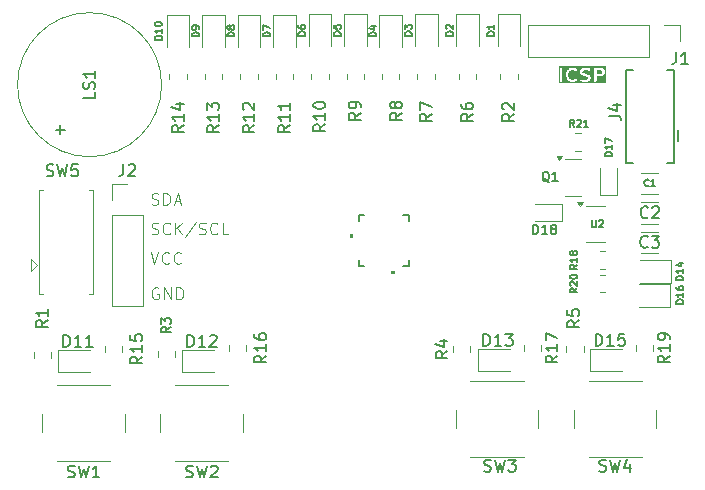
<source format=gbr>
%TF.GenerationSoftware,KiCad,Pcbnew,9.0.0*%
%TF.CreationDate,2025-03-28T15:43:29+07:00*%
%TF.ProjectId,PIC18F27Q43_OLED_Board,50494331-3846-4323-9751-34335f4f4c45,rev?*%
%TF.SameCoordinates,Original*%
%TF.FileFunction,Legend,Top*%
%TF.FilePolarity,Positive*%
%FSLAX46Y46*%
G04 Gerber Fmt 4.6, Leading zero omitted, Abs format (unit mm)*
G04 Created by KiCad (PCBNEW 9.0.0) date 2025-03-28 15:43:29*
%MOMM*%
%LPD*%
G01*
G04 APERTURE LIST*
%ADD10C,0.100000*%
%ADD11C,0.200000*%
%ADD12C,0.150000*%
%ADD13C,0.120000*%
%ADD14C,0.152400*%
%ADD15C,0.000000*%
G04 APERTURE END LIST*
D10*
X103756265Y-101324800D02*
X103899122Y-101372419D01*
X103899122Y-101372419D02*
X104137217Y-101372419D01*
X104137217Y-101372419D02*
X104232455Y-101324800D01*
X104232455Y-101324800D02*
X104280074Y-101277180D01*
X104280074Y-101277180D02*
X104327693Y-101181942D01*
X104327693Y-101181942D02*
X104327693Y-101086704D01*
X104327693Y-101086704D02*
X104280074Y-100991466D01*
X104280074Y-100991466D02*
X104232455Y-100943847D01*
X104232455Y-100943847D02*
X104137217Y-100896228D01*
X104137217Y-100896228D02*
X103946741Y-100848609D01*
X103946741Y-100848609D02*
X103851503Y-100800990D01*
X103851503Y-100800990D02*
X103803884Y-100753371D01*
X103803884Y-100753371D02*
X103756265Y-100658133D01*
X103756265Y-100658133D02*
X103756265Y-100562895D01*
X103756265Y-100562895D02*
X103803884Y-100467657D01*
X103803884Y-100467657D02*
X103851503Y-100420038D01*
X103851503Y-100420038D02*
X103946741Y-100372419D01*
X103946741Y-100372419D02*
X104184836Y-100372419D01*
X104184836Y-100372419D02*
X104327693Y-100420038D01*
X105327693Y-101277180D02*
X105280074Y-101324800D01*
X105280074Y-101324800D02*
X105137217Y-101372419D01*
X105137217Y-101372419D02*
X105041979Y-101372419D01*
X105041979Y-101372419D02*
X104899122Y-101324800D01*
X104899122Y-101324800D02*
X104803884Y-101229561D01*
X104803884Y-101229561D02*
X104756265Y-101134323D01*
X104756265Y-101134323D02*
X104708646Y-100943847D01*
X104708646Y-100943847D02*
X104708646Y-100800990D01*
X104708646Y-100800990D02*
X104756265Y-100610514D01*
X104756265Y-100610514D02*
X104803884Y-100515276D01*
X104803884Y-100515276D02*
X104899122Y-100420038D01*
X104899122Y-100420038D02*
X105041979Y-100372419D01*
X105041979Y-100372419D02*
X105137217Y-100372419D01*
X105137217Y-100372419D02*
X105280074Y-100420038D01*
X105280074Y-100420038D02*
X105327693Y-100467657D01*
X105756265Y-101372419D02*
X105756265Y-100372419D01*
X106327693Y-101372419D02*
X105899122Y-100800990D01*
X106327693Y-100372419D02*
X105756265Y-100943847D01*
X107470550Y-100324800D02*
X106613408Y-101610514D01*
X107756265Y-101324800D02*
X107899122Y-101372419D01*
X107899122Y-101372419D02*
X108137217Y-101372419D01*
X108137217Y-101372419D02*
X108232455Y-101324800D01*
X108232455Y-101324800D02*
X108280074Y-101277180D01*
X108280074Y-101277180D02*
X108327693Y-101181942D01*
X108327693Y-101181942D02*
X108327693Y-101086704D01*
X108327693Y-101086704D02*
X108280074Y-100991466D01*
X108280074Y-100991466D02*
X108232455Y-100943847D01*
X108232455Y-100943847D02*
X108137217Y-100896228D01*
X108137217Y-100896228D02*
X107946741Y-100848609D01*
X107946741Y-100848609D02*
X107851503Y-100800990D01*
X107851503Y-100800990D02*
X107803884Y-100753371D01*
X107803884Y-100753371D02*
X107756265Y-100658133D01*
X107756265Y-100658133D02*
X107756265Y-100562895D01*
X107756265Y-100562895D02*
X107803884Y-100467657D01*
X107803884Y-100467657D02*
X107851503Y-100420038D01*
X107851503Y-100420038D02*
X107946741Y-100372419D01*
X107946741Y-100372419D02*
X108184836Y-100372419D01*
X108184836Y-100372419D02*
X108327693Y-100420038D01*
X109327693Y-101277180D02*
X109280074Y-101324800D01*
X109280074Y-101324800D02*
X109137217Y-101372419D01*
X109137217Y-101372419D02*
X109041979Y-101372419D01*
X109041979Y-101372419D02*
X108899122Y-101324800D01*
X108899122Y-101324800D02*
X108803884Y-101229561D01*
X108803884Y-101229561D02*
X108756265Y-101134323D01*
X108756265Y-101134323D02*
X108708646Y-100943847D01*
X108708646Y-100943847D02*
X108708646Y-100800990D01*
X108708646Y-100800990D02*
X108756265Y-100610514D01*
X108756265Y-100610514D02*
X108803884Y-100515276D01*
X108803884Y-100515276D02*
X108899122Y-100420038D01*
X108899122Y-100420038D02*
X109041979Y-100372419D01*
X109041979Y-100372419D02*
X109137217Y-100372419D01*
X109137217Y-100372419D02*
X109280074Y-100420038D01*
X109280074Y-100420038D02*
X109327693Y-100467657D01*
X110232455Y-101372419D02*
X109756265Y-101372419D01*
X109756265Y-101372419D02*
X109756265Y-100372419D01*
D11*
G36*
X141850598Y-87501335D02*
G01*
X141883116Y-87528434D01*
X141917292Y-87585393D01*
X141917292Y-87672853D01*
X141883116Y-87729812D01*
X141850598Y-87756911D01*
X141768720Y-87791028D01*
X141431578Y-87791028D01*
X141431578Y-87467219D01*
X141768720Y-87467219D01*
X141850598Y-87501335D01*
G37*
G36*
X142228403Y-88578330D02*
G01*
X138206181Y-88578330D01*
X138206181Y-87367219D01*
X138317292Y-87367219D01*
X138317292Y-88367219D01*
X138319213Y-88386728D01*
X138334145Y-88422776D01*
X138361735Y-88450366D01*
X138397783Y-88465298D01*
X138436801Y-88465298D01*
X138472849Y-88450366D01*
X138500439Y-88422776D01*
X138515371Y-88386728D01*
X138517292Y-88367219D01*
X138517292Y-87795790D01*
X138831578Y-87795790D01*
X138831578Y-87938647D01*
X138832274Y-87945724D01*
X138832029Y-87948144D01*
X138833003Y-87953120D01*
X138833499Y-87958156D01*
X138834427Y-87960398D01*
X138835795Y-87967382D01*
X138892938Y-88157858D01*
X138894349Y-88161296D01*
X138894582Y-88162856D01*
X138897653Y-88169341D01*
X138900384Y-88175992D01*
X138901382Y-88177215D01*
X138902972Y-88180573D01*
X138960115Y-88275811D01*
X138966895Y-88284945D01*
X138968088Y-88287217D01*
X138970092Y-88289251D01*
X138971799Y-88291551D01*
X138973865Y-88293081D01*
X138981845Y-88301183D01*
X139096130Y-88396422D01*
X139112347Y-88407436D01*
X139113859Y-88407907D01*
X139115102Y-88408879D01*
X139133385Y-88415952D01*
X139304814Y-88463571D01*
X139310146Y-88464501D01*
X139312069Y-88465298D01*
X139318130Y-88465894D01*
X139324125Y-88466941D01*
X139326189Y-88466688D01*
X139331578Y-88467219D01*
X139445864Y-88467219D01*
X139451252Y-88466688D01*
X139453317Y-88466941D01*
X139459311Y-88465894D01*
X139465373Y-88465298D01*
X139467295Y-88464501D01*
X139472628Y-88463571D01*
X139644057Y-88415952D01*
X139662340Y-88408879D01*
X139663585Y-88407905D01*
X139665094Y-88407435D01*
X139681311Y-88396422D01*
X139738454Y-88348802D01*
X139752211Y-88334836D01*
X139770345Y-88300288D01*
X139773877Y-88261430D01*
X139762270Y-88224178D01*
X139737291Y-88194204D01*
X139702743Y-88176070D01*
X139663885Y-88172538D01*
X139626633Y-88184145D01*
X139610416Y-88195158D01*
X139569799Y-88229006D01*
X139432233Y-88267219D01*
X139345209Y-88267219D01*
X139207640Y-88229005D01*
X139122895Y-88158383D01*
X139080909Y-88088404D01*
X139031578Y-87923968D01*
X139031578Y-87810468D01*
X139080909Y-87646032D01*
X139122895Y-87576054D01*
X139207641Y-87505432D01*
X139345209Y-87467219D01*
X139432233Y-87467219D01*
X139569800Y-87505432D01*
X139610416Y-87539279D01*
X139626633Y-87550293D01*
X139663886Y-87561899D01*
X139702743Y-87558366D01*
X139704021Y-87557695D01*
X140031578Y-87557695D01*
X140031578Y-87652933D01*
X140033499Y-87672442D01*
X140036344Y-87679311D01*
X140037439Y-87686666D01*
X140045829Y-87704383D01*
X140102972Y-87799621D01*
X140109751Y-87808753D01*
X140110945Y-87811028D01*
X140112951Y-87813064D01*
X140114656Y-87815361D01*
X140116721Y-87816891D01*
X140124703Y-87824993D01*
X140181845Y-87872612D01*
X140188348Y-87877028D01*
X140190133Y-87878821D01*
X140194219Y-87881016D01*
X140198062Y-87883626D01*
X140200479Y-87884379D01*
X140207402Y-87888098D01*
X140321687Y-87935717D01*
X140330748Y-87938486D01*
X140339754Y-87941307D01*
X140559026Y-87986988D01*
X140650596Y-88025142D01*
X140683116Y-88052243D01*
X140717292Y-88109202D01*
X140717292Y-88149043D01*
X140683115Y-88206003D01*
X140650596Y-88233104D01*
X140568721Y-88267219D01*
X140316638Y-88267219D01*
X140158342Y-88223248D01*
X140139031Y-88219878D01*
X140100302Y-88224617D01*
X140066334Y-88243816D01*
X140042299Y-88274553D01*
X140031856Y-88312147D01*
X140036595Y-88350876D01*
X140055794Y-88384844D01*
X140086531Y-88408879D01*
X140104814Y-88415952D01*
X140276243Y-88463571D01*
X140281575Y-88464501D01*
X140283498Y-88465298D01*
X140289559Y-88465894D01*
X140295554Y-88466941D01*
X140297618Y-88466688D01*
X140303007Y-88467219D01*
X140588721Y-88467219D01*
X140608230Y-88465298D01*
X140608328Y-88465257D01*
X140608435Y-88465257D01*
X140627182Y-88459527D01*
X140741469Y-88411908D01*
X140748394Y-88408187D01*
X140750810Y-88407435D01*
X140754649Y-88404827D01*
X140758738Y-88402631D01*
X140760523Y-88400837D01*
X140767027Y-88396421D01*
X140824169Y-88348801D01*
X140832150Y-88340699D01*
X140834214Y-88339170D01*
X140835918Y-88336874D01*
X140837926Y-88334836D01*
X140839120Y-88332560D01*
X140845898Y-88323430D01*
X140903041Y-88228191D01*
X140911431Y-88210474D01*
X140912525Y-88203121D01*
X140915371Y-88196251D01*
X140917292Y-88176742D01*
X140917292Y-88081504D01*
X140915371Y-88061995D01*
X140912525Y-88055124D01*
X140911431Y-88047772D01*
X140903041Y-88030055D01*
X140845898Y-87934816D01*
X140839120Y-87925685D01*
X140837926Y-87923410D01*
X140835918Y-87921372D01*
X140834214Y-87919076D01*
X140832148Y-87917545D01*
X140824168Y-87909445D01*
X140767026Y-87861825D01*
X140760523Y-87857409D01*
X140758738Y-87855616D01*
X140754646Y-87853417D01*
X140750809Y-87850812D01*
X140748395Y-87850060D01*
X140741469Y-87846339D01*
X140627182Y-87798720D01*
X140618120Y-87795950D01*
X140609117Y-87793130D01*
X140389846Y-87747448D01*
X140298273Y-87709293D01*
X140265753Y-87682193D01*
X140231578Y-87625234D01*
X140231578Y-87585393D01*
X140265753Y-87528434D01*
X140298273Y-87501334D01*
X140380150Y-87467219D01*
X140632233Y-87467219D01*
X140790528Y-87511190D01*
X140809839Y-87514560D01*
X140848568Y-87509821D01*
X140882536Y-87490622D01*
X140906571Y-87459886D01*
X140917014Y-87422291D01*
X140912275Y-87383562D01*
X140903038Y-87367219D01*
X141231578Y-87367219D01*
X141231578Y-88367219D01*
X141233499Y-88386728D01*
X141248431Y-88422776D01*
X141276021Y-88450366D01*
X141312069Y-88465298D01*
X141351087Y-88465298D01*
X141387135Y-88450366D01*
X141414725Y-88422776D01*
X141429657Y-88386728D01*
X141431578Y-88367219D01*
X141431578Y-87991028D01*
X141788721Y-87991028D01*
X141808230Y-87989107D01*
X141808328Y-87989066D01*
X141808436Y-87989066D01*
X141827183Y-87983336D01*
X141941468Y-87935717D01*
X141948391Y-87931997D01*
X141950807Y-87931245D01*
X141954645Y-87928637D01*
X141958737Y-87926440D01*
X141960523Y-87924645D01*
X141967024Y-87920231D01*
X142024167Y-87872613D01*
X142032147Y-87864510D01*
X142034214Y-87862980D01*
X142035920Y-87860680D01*
X142037924Y-87858647D01*
X142039115Y-87856376D01*
X142045898Y-87847240D01*
X142103041Y-87752001D01*
X142111431Y-87734284D01*
X142112525Y-87726931D01*
X142115371Y-87720061D01*
X142117292Y-87700552D01*
X142117292Y-87557695D01*
X142115371Y-87538186D01*
X142112525Y-87531315D01*
X142111431Y-87523963D01*
X142103041Y-87506246D01*
X142045898Y-87411007D01*
X142039115Y-87401870D01*
X142037924Y-87399600D01*
X142035920Y-87397566D01*
X142034214Y-87395267D01*
X142032147Y-87393736D01*
X142024167Y-87385634D01*
X141967024Y-87338016D01*
X141960523Y-87333601D01*
X141958737Y-87331807D01*
X141954645Y-87329609D01*
X141950807Y-87327002D01*
X141948391Y-87326249D01*
X141941468Y-87322530D01*
X141827183Y-87274911D01*
X141808436Y-87269181D01*
X141808328Y-87269180D01*
X141808230Y-87269140D01*
X141788721Y-87267219D01*
X141331578Y-87267219D01*
X141312069Y-87269140D01*
X141276021Y-87284072D01*
X141248431Y-87311662D01*
X141233499Y-87347710D01*
X141231578Y-87367219D01*
X140903038Y-87367219D01*
X140893076Y-87349594D01*
X140862340Y-87325559D01*
X140844057Y-87318486D01*
X140672628Y-87270867D01*
X140667295Y-87269936D01*
X140665373Y-87269140D01*
X140659311Y-87268543D01*
X140653317Y-87267497D01*
X140651252Y-87267749D01*
X140645864Y-87267219D01*
X140360149Y-87267219D01*
X140340640Y-87269140D01*
X140340541Y-87269180D01*
X140340435Y-87269181D01*
X140321687Y-87274911D01*
X140207402Y-87322530D01*
X140200479Y-87326248D01*
X140198062Y-87327002D01*
X140194219Y-87329611D01*
X140190133Y-87331807D01*
X140188348Y-87333599D01*
X140181845Y-87338016D01*
X140124703Y-87385635D01*
X140116721Y-87393736D01*
X140114656Y-87395267D01*
X140112951Y-87397563D01*
X140110945Y-87399600D01*
X140109751Y-87401874D01*
X140102972Y-87411007D01*
X140045829Y-87506245D01*
X140037439Y-87523962D01*
X140036344Y-87531316D01*
X140033499Y-87538186D01*
X140031578Y-87557695D01*
X139704021Y-87557695D01*
X139737292Y-87540233D01*
X139762271Y-87510258D01*
X139773877Y-87473006D01*
X139770344Y-87434148D01*
X139752210Y-87399600D01*
X139738453Y-87385634D01*
X139681310Y-87338016D01*
X139665093Y-87327002D01*
X139663584Y-87326531D01*
X139662340Y-87325559D01*
X139644057Y-87318486D01*
X139472628Y-87270867D01*
X139467295Y-87269936D01*
X139465373Y-87269140D01*
X139459311Y-87268543D01*
X139453317Y-87267497D01*
X139451252Y-87267749D01*
X139445864Y-87267219D01*
X139331578Y-87267219D01*
X139326189Y-87267749D01*
X139324125Y-87267497D01*
X139318130Y-87268543D01*
X139312069Y-87269140D01*
X139310146Y-87269936D01*
X139304814Y-87270867D01*
X139133385Y-87318486D01*
X139115102Y-87325559D01*
X139113859Y-87326530D01*
X139112347Y-87327002D01*
X139096130Y-87338016D01*
X138981845Y-87433254D01*
X138973862Y-87441356D01*
X138971799Y-87442886D01*
X138970094Y-87445182D01*
X138968088Y-87447219D01*
X138966894Y-87449493D01*
X138960115Y-87458626D01*
X138902972Y-87553864D01*
X138901382Y-87557221D01*
X138900384Y-87558445D01*
X138897653Y-87565095D01*
X138894582Y-87571581D01*
X138894349Y-87573140D01*
X138892938Y-87576579D01*
X138835795Y-87767055D01*
X138834427Y-87774038D01*
X138833499Y-87776281D01*
X138833003Y-87781316D01*
X138832029Y-87786293D01*
X138832274Y-87788712D01*
X138831578Y-87795790D01*
X138517292Y-87795790D01*
X138517292Y-87367219D01*
X138515371Y-87347710D01*
X138500439Y-87311662D01*
X138472849Y-87284072D01*
X138436801Y-87269140D01*
X138397783Y-87269140D01*
X138361735Y-87284072D01*
X138334145Y-87311662D01*
X138319213Y-87347710D01*
X138317292Y-87367219D01*
X138206181Y-87367219D01*
X138206181Y-87156108D01*
X142228403Y-87156108D01*
X142228403Y-88578330D01*
G37*
D10*
X103661027Y-102872419D02*
X103994360Y-103872419D01*
X103994360Y-103872419D02*
X104327693Y-102872419D01*
X105232455Y-103777180D02*
X105184836Y-103824800D01*
X105184836Y-103824800D02*
X105041979Y-103872419D01*
X105041979Y-103872419D02*
X104946741Y-103872419D01*
X104946741Y-103872419D02*
X104803884Y-103824800D01*
X104803884Y-103824800D02*
X104708646Y-103729561D01*
X104708646Y-103729561D02*
X104661027Y-103634323D01*
X104661027Y-103634323D02*
X104613408Y-103443847D01*
X104613408Y-103443847D02*
X104613408Y-103300990D01*
X104613408Y-103300990D02*
X104661027Y-103110514D01*
X104661027Y-103110514D02*
X104708646Y-103015276D01*
X104708646Y-103015276D02*
X104803884Y-102920038D01*
X104803884Y-102920038D02*
X104946741Y-102872419D01*
X104946741Y-102872419D02*
X105041979Y-102872419D01*
X105041979Y-102872419D02*
X105184836Y-102920038D01*
X105184836Y-102920038D02*
X105232455Y-102967657D01*
X106232455Y-103777180D02*
X106184836Y-103824800D01*
X106184836Y-103824800D02*
X106041979Y-103872419D01*
X106041979Y-103872419D02*
X105946741Y-103872419D01*
X105946741Y-103872419D02*
X105803884Y-103824800D01*
X105803884Y-103824800D02*
X105708646Y-103729561D01*
X105708646Y-103729561D02*
X105661027Y-103634323D01*
X105661027Y-103634323D02*
X105613408Y-103443847D01*
X105613408Y-103443847D02*
X105613408Y-103300990D01*
X105613408Y-103300990D02*
X105661027Y-103110514D01*
X105661027Y-103110514D02*
X105708646Y-103015276D01*
X105708646Y-103015276D02*
X105803884Y-102920038D01*
X105803884Y-102920038D02*
X105946741Y-102872419D01*
X105946741Y-102872419D02*
X106041979Y-102872419D01*
X106041979Y-102872419D02*
X106184836Y-102920038D01*
X106184836Y-102920038D02*
X106232455Y-102967657D01*
X104327693Y-105920038D02*
X104232455Y-105872419D01*
X104232455Y-105872419D02*
X104089598Y-105872419D01*
X104089598Y-105872419D02*
X103946741Y-105920038D01*
X103946741Y-105920038D02*
X103851503Y-106015276D01*
X103851503Y-106015276D02*
X103803884Y-106110514D01*
X103803884Y-106110514D02*
X103756265Y-106300990D01*
X103756265Y-106300990D02*
X103756265Y-106443847D01*
X103756265Y-106443847D02*
X103803884Y-106634323D01*
X103803884Y-106634323D02*
X103851503Y-106729561D01*
X103851503Y-106729561D02*
X103946741Y-106824800D01*
X103946741Y-106824800D02*
X104089598Y-106872419D01*
X104089598Y-106872419D02*
X104184836Y-106872419D01*
X104184836Y-106872419D02*
X104327693Y-106824800D01*
X104327693Y-106824800D02*
X104375312Y-106777180D01*
X104375312Y-106777180D02*
X104375312Y-106443847D01*
X104375312Y-106443847D02*
X104184836Y-106443847D01*
X104803884Y-106872419D02*
X104803884Y-105872419D01*
X104803884Y-105872419D02*
X105375312Y-106872419D01*
X105375312Y-106872419D02*
X105375312Y-105872419D01*
X105851503Y-106872419D02*
X105851503Y-105872419D01*
X105851503Y-105872419D02*
X106089598Y-105872419D01*
X106089598Y-105872419D02*
X106232455Y-105920038D01*
X106232455Y-105920038D02*
X106327693Y-106015276D01*
X106327693Y-106015276D02*
X106375312Y-106110514D01*
X106375312Y-106110514D02*
X106422931Y-106300990D01*
X106422931Y-106300990D02*
X106422931Y-106443847D01*
X106422931Y-106443847D02*
X106375312Y-106634323D01*
X106375312Y-106634323D02*
X106327693Y-106729561D01*
X106327693Y-106729561D02*
X106232455Y-106824800D01*
X106232455Y-106824800D02*
X106089598Y-106872419D01*
X106089598Y-106872419D02*
X105851503Y-106872419D01*
X103756265Y-98824800D02*
X103899122Y-98872419D01*
X103899122Y-98872419D02*
X104137217Y-98872419D01*
X104137217Y-98872419D02*
X104232455Y-98824800D01*
X104232455Y-98824800D02*
X104280074Y-98777180D01*
X104280074Y-98777180D02*
X104327693Y-98681942D01*
X104327693Y-98681942D02*
X104327693Y-98586704D01*
X104327693Y-98586704D02*
X104280074Y-98491466D01*
X104280074Y-98491466D02*
X104232455Y-98443847D01*
X104232455Y-98443847D02*
X104137217Y-98396228D01*
X104137217Y-98396228D02*
X103946741Y-98348609D01*
X103946741Y-98348609D02*
X103851503Y-98300990D01*
X103851503Y-98300990D02*
X103803884Y-98253371D01*
X103803884Y-98253371D02*
X103756265Y-98158133D01*
X103756265Y-98158133D02*
X103756265Y-98062895D01*
X103756265Y-98062895D02*
X103803884Y-97967657D01*
X103803884Y-97967657D02*
X103851503Y-97920038D01*
X103851503Y-97920038D02*
X103946741Y-97872419D01*
X103946741Y-97872419D02*
X104184836Y-97872419D01*
X104184836Y-97872419D02*
X104327693Y-97920038D01*
X104756265Y-98872419D02*
X104756265Y-97872419D01*
X104756265Y-97872419D02*
X104994360Y-97872419D01*
X104994360Y-97872419D02*
X105137217Y-97920038D01*
X105137217Y-97920038D02*
X105232455Y-98015276D01*
X105232455Y-98015276D02*
X105280074Y-98110514D01*
X105280074Y-98110514D02*
X105327693Y-98300990D01*
X105327693Y-98300990D02*
X105327693Y-98443847D01*
X105327693Y-98443847D02*
X105280074Y-98634323D01*
X105280074Y-98634323D02*
X105232455Y-98729561D01*
X105232455Y-98729561D02*
X105137217Y-98824800D01*
X105137217Y-98824800D02*
X104994360Y-98872419D01*
X104994360Y-98872419D02*
X104756265Y-98872419D01*
X105708646Y-98586704D02*
X106184836Y-98586704D01*
X105613408Y-98872419D02*
X105946741Y-97872419D01*
X105946741Y-97872419D02*
X106280074Y-98872419D01*
D12*
X130954819Y-91166666D02*
X130478628Y-91499999D01*
X130954819Y-91738094D02*
X129954819Y-91738094D01*
X129954819Y-91738094D02*
X129954819Y-91357142D01*
X129954819Y-91357142D02*
X130002438Y-91261904D01*
X130002438Y-91261904D02*
X130050057Y-91214285D01*
X130050057Y-91214285D02*
X130145295Y-91166666D01*
X130145295Y-91166666D02*
X130288152Y-91166666D01*
X130288152Y-91166666D02*
X130383390Y-91214285D01*
X130383390Y-91214285D02*
X130431009Y-91261904D01*
X130431009Y-91261904D02*
X130478628Y-91357142D01*
X130478628Y-91357142D02*
X130478628Y-91738094D01*
X129954819Y-90309523D02*
X129954819Y-90499999D01*
X129954819Y-90499999D02*
X130002438Y-90595237D01*
X130002438Y-90595237D02*
X130050057Y-90642856D01*
X130050057Y-90642856D02*
X130192914Y-90738094D01*
X130192914Y-90738094D02*
X130383390Y-90785713D01*
X130383390Y-90785713D02*
X130764342Y-90785713D01*
X130764342Y-90785713D02*
X130859580Y-90738094D01*
X130859580Y-90738094D02*
X130907200Y-90690475D01*
X130907200Y-90690475D02*
X130954819Y-90595237D01*
X130954819Y-90595237D02*
X130954819Y-90404761D01*
X130954819Y-90404761D02*
X130907200Y-90309523D01*
X130907200Y-90309523D02*
X130859580Y-90261904D01*
X130859580Y-90261904D02*
X130764342Y-90214285D01*
X130764342Y-90214285D02*
X130526247Y-90214285D01*
X130526247Y-90214285D02*
X130431009Y-90261904D01*
X130431009Y-90261904D02*
X130383390Y-90309523D01*
X130383390Y-90309523D02*
X130335771Y-90404761D01*
X130335771Y-90404761D02*
X130335771Y-90595237D01*
X130335771Y-90595237D02*
X130383390Y-90690475D01*
X130383390Y-90690475D02*
X130431009Y-90738094D01*
X130431009Y-90738094D02*
X130526247Y-90785713D01*
X139551785Y-92269771D02*
X139351785Y-91984057D01*
X139208928Y-92269771D02*
X139208928Y-91669771D01*
X139208928Y-91669771D02*
X139437499Y-91669771D01*
X139437499Y-91669771D02*
X139494642Y-91698342D01*
X139494642Y-91698342D02*
X139523213Y-91726914D01*
X139523213Y-91726914D02*
X139551785Y-91784057D01*
X139551785Y-91784057D02*
X139551785Y-91869771D01*
X139551785Y-91869771D02*
X139523213Y-91926914D01*
X139523213Y-91926914D02*
X139494642Y-91955485D01*
X139494642Y-91955485D02*
X139437499Y-91984057D01*
X139437499Y-91984057D02*
X139208928Y-91984057D01*
X139780356Y-91726914D02*
X139808928Y-91698342D01*
X139808928Y-91698342D02*
X139866071Y-91669771D01*
X139866071Y-91669771D02*
X140008928Y-91669771D01*
X140008928Y-91669771D02*
X140066071Y-91698342D01*
X140066071Y-91698342D02*
X140094642Y-91726914D01*
X140094642Y-91726914D02*
X140123213Y-91784057D01*
X140123213Y-91784057D02*
X140123213Y-91841200D01*
X140123213Y-91841200D02*
X140094642Y-91926914D01*
X140094642Y-91926914D02*
X139751785Y-92269771D01*
X139751785Y-92269771D02*
X140123213Y-92269771D01*
X140694642Y-92269771D02*
X140351785Y-92269771D01*
X140523214Y-92269771D02*
X140523214Y-91669771D01*
X140523214Y-91669771D02*
X140466071Y-91755485D01*
X140466071Y-91755485D02*
X140408928Y-91812628D01*
X140408928Y-91812628D02*
X140351785Y-91841200D01*
X129269771Y-84537856D02*
X128669771Y-84537856D01*
X128669771Y-84537856D02*
X128669771Y-84394999D01*
X128669771Y-84394999D02*
X128698342Y-84309285D01*
X128698342Y-84309285D02*
X128755485Y-84252142D01*
X128755485Y-84252142D02*
X128812628Y-84223571D01*
X128812628Y-84223571D02*
X128926914Y-84194999D01*
X128926914Y-84194999D02*
X129012628Y-84194999D01*
X129012628Y-84194999D02*
X129126914Y-84223571D01*
X129126914Y-84223571D02*
X129184057Y-84252142D01*
X129184057Y-84252142D02*
X129241200Y-84309285D01*
X129241200Y-84309285D02*
X129269771Y-84394999D01*
X129269771Y-84394999D02*
X129269771Y-84537856D01*
X128726914Y-83966428D02*
X128698342Y-83937856D01*
X128698342Y-83937856D02*
X128669771Y-83880714D01*
X128669771Y-83880714D02*
X128669771Y-83737856D01*
X128669771Y-83737856D02*
X128698342Y-83680714D01*
X128698342Y-83680714D02*
X128726914Y-83652142D01*
X128726914Y-83652142D02*
X128784057Y-83623571D01*
X128784057Y-83623571D02*
X128841200Y-83623571D01*
X128841200Y-83623571D02*
X128926914Y-83652142D01*
X128926914Y-83652142D02*
X129269771Y-83994999D01*
X129269771Y-83994999D02*
X129269771Y-83623571D01*
X106666667Y-121907200D02*
X106809524Y-121954819D01*
X106809524Y-121954819D02*
X107047619Y-121954819D01*
X107047619Y-121954819D02*
X107142857Y-121907200D01*
X107142857Y-121907200D02*
X107190476Y-121859580D01*
X107190476Y-121859580D02*
X107238095Y-121764342D01*
X107238095Y-121764342D02*
X107238095Y-121669104D01*
X107238095Y-121669104D02*
X107190476Y-121573866D01*
X107190476Y-121573866D02*
X107142857Y-121526247D01*
X107142857Y-121526247D02*
X107047619Y-121478628D01*
X107047619Y-121478628D02*
X106857143Y-121431009D01*
X106857143Y-121431009D02*
X106761905Y-121383390D01*
X106761905Y-121383390D02*
X106714286Y-121335771D01*
X106714286Y-121335771D02*
X106666667Y-121240533D01*
X106666667Y-121240533D02*
X106666667Y-121145295D01*
X106666667Y-121145295D02*
X106714286Y-121050057D01*
X106714286Y-121050057D02*
X106761905Y-121002438D01*
X106761905Y-121002438D02*
X106857143Y-120954819D01*
X106857143Y-120954819D02*
X107095238Y-120954819D01*
X107095238Y-120954819D02*
X107238095Y-121002438D01*
X107571429Y-120954819D02*
X107809524Y-121954819D01*
X107809524Y-121954819D02*
X108000000Y-121240533D01*
X108000000Y-121240533D02*
X108190476Y-121954819D01*
X108190476Y-121954819D02*
X108428572Y-120954819D01*
X108761905Y-121050057D02*
X108809524Y-121002438D01*
X108809524Y-121002438D02*
X108904762Y-120954819D01*
X108904762Y-120954819D02*
X109142857Y-120954819D01*
X109142857Y-120954819D02*
X109238095Y-121002438D01*
X109238095Y-121002438D02*
X109285714Y-121050057D01*
X109285714Y-121050057D02*
X109333333Y-121145295D01*
X109333333Y-121145295D02*
X109333333Y-121240533D01*
X109333333Y-121240533D02*
X109285714Y-121383390D01*
X109285714Y-121383390D02*
X108714286Y-121954819D01*
X108714286Y-121954819D02*
X109333333Y-121954819D01*
X121454819Y-91079166D02*
X120978628Y-91412499D01*
X121454819Y-91650594D02*
X120454819Y-91650594D01*
X120454819Y-91650594D02*
X120454819Y-91269642D01*
X120454819Y-91269642D02*
X120502438Y-91174404D01*
X120502438Y-91174404D02*
X120550057Y-91126785D01*
X120550057Y-91126785D02*
X120645295Y-91079166D01*
X120645295Y-91079166D02*
X120788152Y-91079166D01*
X120788152Y-91079166D02*
X120883390Y-91126785D01*
X120883390Y-91126785D02*
X120931009Y-91174404D01*
X120931009Y-91174404D02*
X120978628Y-91269642D01*
X120978628Y-91269642D02*
X120978628Y-91650594D01*
X121454819Y-90602975D02*
X121454819Y-90412499D01*
X121454819Y-90412499D02*
X121407200Y-90317261D01*
X121407200Y-90317261D02*
X121359580Y-90269642D01*
X121359580Y-90269642D02*
X121216723Y-90174404D01*
X121216723Y-90174404D02*
X121026247Y-90126785D01*
X121026247Y-90126785D02*
X120645295Y-90126785D01*
X120645295Y-90126785D02*
X120550057Y-90174404D01*
X120550057Y-90174404D02*
X120502438Y-90222023D01*
X120502438Y-90222023D02*
X120454819Y-90317261D01*
X120454819Y-90317261D02*
X120454819Y-90507737D01*
X120454819Y-90507737D02*
X120502438Y-90602975D01*
X120502438Y-90602975D02*
X120550057Y-90650594D01*
X120550057Y-90650594D02*
X120645295Y-90698213D01*
X120645295Y-90698213D02*
X120883390Y-90698213D01*
X120883390Y-90698213D02*
X120978628Y-90650594D01*
X120978628Y-90650594D02*
X121026247Y-90602975D01*
X121026247Y-90602975D02*
X121073866Y-90507737D01*
X121073866Y-90507737D02*
X121073866Y-90317261D01*
X121073866Y-90317261D02*
X121026247Y-90222023D01*
X121026247Y-90222023D02*
X120978628Y-90174404D01*
X120978628Y-90174404D02*
X120883390Y-90126785D01*
X115454819Y-92142857D02*
X114978628Y-92476190D01*
X115454819Y-92714285D02*
X114454819Y-92714285D01*
X114454819Y-92714285D02*
X114454819Y-92333333D01*
X114454819Y-92333333D02*
X114502438Y-92238095D01*
X114502438Y-92238095D02*
X114550057Y-92190476D01*
X114550057Y-92190476D02*
X114645295Y-92142857D01*
X114645295Y-92142857D02*
X114788152Y-92142857D01*
X114788152Y-92142857D02*
X114883390Y-92190476D01*
X114883390Y-92190476D02*
X114931009Y-92238095D01*
X114931009Y-92238095D02*
X114978628Y-92333333D01*
X114978628Y-92333333D02*
X114978628Y-92714285D01*
X115454819Y-91190476D02*
X115454819Y-91761904D01*
X115454819Y-91476190D02*
X114454819Y-91476190D01*
X114454819Y-91476190D02*
X114597676Y-91571428D01*
X114597676Y-91571428D02*
X114692914Y-91666666D01*
X114692914Y-91666666D02*
X114740533Y-91761904D01*
X115454819Y-90238095D02*
X115454819Y-90809523D01*
X115454819Y-90523809D02*
X114454819Y-90523809D01*
X114454819Y-90523809D02*
X114597676Y-90619047D01*
X114597676Y-90619047D02*
X114692914Y-90714285D01*
X114692914Y-90714285D02*
X114740533Y-90809523D01*
X147604819Y-111642857D02*
X147128628Y-111976190D01*
X147604819Y-112214285D02*
X146604819Y-112214285D01*
X146604819Y-112214285D02*
X146604819Y-111833333D01*
X146604819Y-111833333D02*
X146652438Y-111738095D01*
X146652438Y-111738095D02*
X146700057Y-111690476D01*
X146700057Y-111690476D02*
X146795295Y-111642857D01*
X146795295Y-111642857D02*
X146938152Y-111642857D01*
X146938152Y-111642857D02*
X147033390Y-111690476D01*
X147033390Y-111690476D02*
X147081009Y-111738095D01*
X147081009Y-111738095D02*
X147128628Y-111833333D01*
X147128628Y-111833333D02*
X147128628Y-112214285D01*
X147604819Y-110690476D02*
X147604819Y-111261904D01*
X147604819Y-110976190D02*
X146604819Y-110976190D01*
X146604819Y-110976190D02*
X146747676Y-111071428D01*
X146747676Y-111071428D02*
X146842914Y-111166666D01*
X146842914Y-111166666D02*
X146890533Y-111261904D01*
X147604819Y-110214285D02*
X147604819Y-110023809D01*
X147604819Y-110023809D02*
X147557200Y-109928571D01*
X147557200Y-109928571D02*
X147509580Y-109880952D01*
X147509580Y-109880952D02*
X147366723Y-109785714D01*
X147366723Y-109785714D02*
X147176247Y-109738095D01*
X147176247Y-109738095D02*
X146795295Y-109738095D01*
X146795295Y-109738095D02*
X146700057Y-109785714D01*
X146700057Y-109785714D02*
X146652438Y-109833333D01*
X146652438Y-109833333D02*
X146604819Y-109928571D01*
X146604819Y-109928571D02*
X146604819Y-110119047D01*
X146604819Y-110119047D02*
X146652438Y-110214285D01*
X146652438Y-110214285D02*
X146700057Y-110261904D01*
X146700057Y-110261904D02*
X146795295Y-110309523D01*
X146795295Y-110309523D02*
X147033390Y-110309523D01*
X147033390Y-110309523D02*
X147128628Y-110261904D01*
X147128628Y-110261904D02*
X147176247Y-110214285D01*
X147176247Y-110214285D02*
X147223866Y-110119047D01*
X147223866Y-110119047D02*
X147223866Y-109928571D01*
X147223866Y-109928571D02*
X147176247Y-109833333D01*
X147176247Y-109833333D02*
X147128628Y-109785714D01*
X147128628Y-109785714D02*
X147033390Y-109738095D01*
X102954819Y-111730357D02*
X102478628Y-112063690D01*
X102954819Y-112301785D02*
X101954819Y-112301785D01*
X101954819Y-112301785D02*
X101954819Y-111920833D01*
X101954819Y-111920833D02*
X102002438Y-111825595D01*
X102002438Y-111825595D02*
X102050057Y-111777976D01*
X102050057Y-111777976D02*
X102145295Y-111730357D01*
X102145295Y-111730357D02*
X102288152Y-111730357D01*
X102288152Y-111730357D02*
X102383390Y-111777976D01*
X102383390Y-111777976D02*
X102431009Y-111825595D01*
X102431009Y-111825595D02*
X102478628Y-111920833D01*
X102478628Y-111920833D02*
X102478628Y-112301785D01*
X102954819Y-110777976D02*
X102954819Y-111349404D01*
X102954819Y-111063690D02*
X101954819Y-111063690D01*
X101954819Y-111063690D02*
X102097676Y-111158928D01*
X102097676Y-111158928D02*
X102192914Y-111254166D01*
X102192914Y-111254166D02*
X102240533Y-111349404D01*
X101954819Y-109873214D02*
X101954819Y-110349404D01*
X101954819Y-110349404D02*
X102431009Y-110397023D01*
X102431009Y-110397023D02*
X102383390Y-110349404D01*
X102383390Y-110349404D02*
X102335771Y-110254166D01*
X102335771Y-110254166D02*
X102335771Y-110016071D01*
X102335771Y-110016071D02*
X102383390Y-109920833D01*
X102383390Y-109920833D02*
X102431009Y-109873214D01*
X102431009Y-109873214D02*
X102526247Y-109825595D01*
X102526247Y-109825595D02*
X102764342Y-109825595D01*
X102764342Y-109825595D02*
X102859580Y-109873214D01*
X102859580Y-109873214D02*
X102907200Y-109920833D01*
X102907200Y-109920833D02*
X102954819Y-110016071D01*
X102954819Y-110016071D02*
X102954819Y-110254166D01*
X102954819Y-110254166D02*
X102907200Y-110349404D01*
X102907200Y-110349404D02*
X102859580Y-110397023D01*
X110769771Y-84600356D02*
X110169771Y-84600356D01*
X110169771Y-84600356D02*
X110169771Y-84457499D01*
X110169771Y-84457499D02*
X110198342Y-84371785D01*
X110198342Y-84371785D02*
X110255485Y-84314642D01*
X110255485Y-84314642D02*
X110312628Y-84286071D01*
X110312628Y-84286071D02*
X110426914Y-84257499D01*
X110426914Y-84257499D02*
X110512628Y-84257499D01*
X110512628Y-84257499D02*
X110626914Y-84286071D01*
X110626914Y-84286071D02*
X110684057Y-84314642D01*
X110684057Y-84314642D02*
X110741200Y-84371785D01*
X110741200Y-84371785D02*
X110769771Y-84457499D01*
X110769771Y-84457499D02*
X110769771Y-84600356D01*
X110426914Y-83914642D02*
X110398342Y-83971785D01*
X110398342Y-83971785D02*
X110369771Y-84000356D01*
X110369771Y-84000356D02*
X110312628Y-84028928D01*
X110312628Y-84028928D02*
X110284057Y-84028928D01*
X110284057Y-84028928D02*
X110226914Y-84000356D01*
X110226914Y-84000356D02*
X110198342Y-83971785D01*
X110198342Y-83971785D02*
X110169771Y-83914642D01*
X110169771Y-83914642D02*
X110169771Y-83800356D01*
X110169771Y-83800356D02*
X110198342Y-83743214D01*
X110198342Y-83743214D02*
X110226914Y-83714642D01*
X110226914Y-83714642D02*
X110284057Y-83686071D01*
X110284057Y-83686071D02*
X110312628Y-83686071D01*
X110312628Y-83686071D02*
X110369771Y-83714642D01*
X110369771Y-83714642D02*
X110398342Y-83743214D01*
X110398342Y-83743214D02*
X110426914Y-83800356D01*
X110426914Y-83800356D02*
X110426914Y-83914642D01*
X110426914Y-83914642D02*
X110455485Y-83971785D01*
X110455485Y-83971785D02*
X110484057Y-84000356D01*
X110484057Y-84000356D02*
X110541200Y-84028928D01*
X110541200Y-84028928D02*
X110655485Y-84028928D01*
X110655485Y-84028928D02*
X110712628Y-84000356D01*
X110712628Y-84000356D02*
X110741200Y-83971785D01*
X110741200Y-83971785D02*
X110769771Y-83914642D01*
X110769771Y-83914642D02*
X110769771Y-83800356D01*
X110769771Y-83800356D02*
X110741200Y-83743214D01*
X110741200Y-83743214D02*
X110712628Y-83714642D01*
X110712628Y-83714642D02*
X110655485Y-83686071D01*
X110655485Y-83686071D02*
X110541200Y-83686071D01*
X110541200Y-83686071D02*
X110484057Y-83714642D01*
X110484057Y-83714642D02*
X110455485Y-83743214D01*
X110455485Y-83743214D02*
X110426914Y-83800356D01*
X139769771Y-105935714D02*
X139484057Y-106135714D01*
X139769771Y-106278571D02*
X139169771Y-106278571D01*
X139169771Y-106278571D02*
X139169771Y-106050000D01*
X139169771Y-106050000D02*
X139198342Y-105992857D01*
X139198342Y-105992857D02*
X139226914Y-105964286D01*
X139226914Y-105964286D02*
X139284057Y-105935714D01*
X139284057Y-105935714D02*
X139369771Y-105935714D01*
X139369771Y-105935714D02*
X139426914Y-105964286D01*
X139426914Y-105964286D02*
X139455485Y-105992857D01*
X139455485Y-105992857D02*
X139484057Y-106050000D01*
X139484057Y-106050000D02*
X139484057Y-106278571D01*
X139226914Y-105707143D02*
X139198342Y-105678571D01*
X139198342Y-105678571D02*
X139169771Y-105621429D01*
X139169771Y-105621429D02*
X139169771Y-105478571D01*
X139169771Y-105478571D02*
X139198342Y-105421429D01*
X139198342Y-105421429D02*
X139226914Y-105392857D01*
X139226914Y-105392857D02*
X139284057Y-105364286D01*
X139284057Y-105364286D02*
X139341200Y-105364286D01*
X139341200Y-105364286D02*
X139426914Y-105392857D01*
X139426914Y-105392857D02*
X139769771Y-105735714D01*
X139769771Y-105735714D02*
X139769771Y-105364286D01*
X139169771Y-104992857D02*
X139169771Y-104935714D01*
X139169771Y-104935714D02*
X139198342Y-104878571D01*
X139198342Y-104878571D02*
X139226914Y-104850000D01*
X139226914Y-104850000D02*
X139284057Y-104821428D01*
X139284057Y-104821428D02*
X139398342Y-104792857D01*
X139398342Y-104792857D02*
X139541200Y-104792857D01*
X139541200Y-104792857D02*
X139655485Y-104821428D01*
X139655485Y-104821428D02*
X139712628Y-104850000D01*
X139712628Y-104850000D02*
X139741200Y-104878571D01*
X139741200Y-104878571D02*
X139769771Y-104935714D01*
X139769771Y-104935714D02*
X139769771Y-104992857D01*
X139769771Y-104992857D02*
X139741200Y-105050000D01*
X139741200Y-105050000D02*
X139712628Y-105078571D01*
X139712628Y-105078571D02*
X139655485Y-105107142D01*
X139655485Y-105107142D02*
X139541200Y-105135714D01*
X139541200Y-105135714D02*
X139398342Y-105135714D01*
X139398342Y-105135714D02*
X139284057Y-105107142D01*
X139284057Y-105107142D02*
X139226914Y-105078571D01*
X139226914Y-105078571D02*
X139198342Y-105050000D01*
X139198342Y-105050000D02*
X139169771Y-104992857D01*
X132769771Y-84537856D02*
X132169771Y-84537856D01*
X132169771Y-84537856D02*
X132169771Y-84394999D01*
X132169771Y-84394999D02*
X132198342Y-84309285D01*
X132198342Y-84309285D02*
X132255485Y-84252142D01*
X132255485Y-84252142D02*
X132312628Y-84223571D01*
X132312628Y-84223571D02*
X132426914Y-84194999D01*
X132426914Y-84194999D02*
X132512628Y-84194999D01*
X132512628Y-84194999D02*
X132626914Y-84223571D01*
X132626914Y-84223571D02*
X132684057Y-84252142D01*
X132684057Y-84252142D02*
X132741200Y-84309285D01*
X132741200Y-84309285D02*
X132769771Y-84394999D01*
X132769771Y-84394999D02*
X132769771Y-84537856D01*
X132769771Y-83623571D02*
X132769771Y-83966428D01*
X132769771Y-83794999D02*
X132169771Y-83794999D01*
X132169771Y-83794999D02*
X132255485Y-83852142D01*
X132255485Y-83852142D02*
X132312628Y-83909285D01*
X132312628Y-83909285D02*
X132341200Y-83966428D01*
X119769771Y-84537856D02*
X119169771Y-84537856D01*
X119169771Y-84537856D02*
X119169771Y-84394999D01*
X119169771Y-84394999D02*
X119198342Y-84309285D01*
X119198342Y-84309285D02*
X119255485Y-84252142D01*
X119255485Y-84252142D02*
X119312628Y-84223571D01*
X119312628Y-84223571D02*
X119426914Y-84194999D01*
X119426914Y-84194999D02*
X119512628Y-84194999D01*
X119512628Y-84194999D02*
X119626914Y-84223571D01*
X119626914Y-84223571D02*
X119684057Y-84252142D01*
X119684057Y-84252142D02*
X119741200Y-84309285D01*
X119741200Y-84309285D02*
X119769771Y-84394999D01*
X119769771Y-84394999D02*
X119769771Y-84537856D01*
X119169771Y-83652142D02*
X119169771Y-83937856D01*
X119169771Y-83937856D02*
X119455485Y-83966428D01*
X119455485Y-83966428D02*
X119426914Y-83937856D01*
X119426914Y-83937856D02*
X119398342Y-83880714D01*
X119398342Y-83880714D02*
X119398342Y-83737856D01*
X119398342Y-83737856D02*
X119426914Y-83680714D01*
X119426914Y-83680714D02*
X119455485Y-83652142D01*
X119455485Y-83652142D02*
X119512628Y-83623571D01*
X119512628Y-83623571D02*
X119655485Y-83623571D01*
X119655485Y-83623571D02*
X119712628Y-83652142D01*
X119712628Y-83652142D02*
X119741200Y-83680714D01*
X119741200Y-83680714D02*
X119769771Y-83737856D01*
X119769771Y-83737856D02*
X119769771Y-83880714D01*
X119769771Y-83880714D02*
X119741200Y-83937856D01*
X119741200Y-83937856D02*
X119712628Y-83966428D01*
X138104819Y-111642857D02*
X137628628Y-111976190D01*
X138104819Y-112214285D02*
X137104819Y-112214285D01*
X137104819Y-112214285D02*
X137104819Y-111833333D01*
X137104819Y-111833333D02*
X137152438Y-111738095D01*
X137152438Y-111738095D02*
X137200057Y-111690476D01*
X137200057Y-111690476D02*
X137295295Y-111642857D01*
X137295295Y-111642857D02*
X137438152Y-111642857D01*
X137438152Y-111642857D02*
X137533390Y-111690476D01*
X137533390Y-111690476D02*
X137581009Y-111738095D01*
X137581009Y-111738095D02*
X137628628Y-111833333D01*
X137628628Y-111833333D02*
X137628628Y-112214285D01*
X138104819Y-110690476D02*
X138104819Y-111261904D01*
X138104819Y-110976190D02*
X137104819Y-110976190D01*
X137104819Y-110976190D02*
X137247676Y-111071428D01*
X137247676Y-111071428D02*
X137342914Y-111166666D01*
X137342914Y-111166666D02*
X137390533Y-111261904D01*
X137104819Y-110357142D02*
X137104819Y-109690476D01*
X137104819Y-109690476D02*
X138104819Y-110119047D01*
X128804819Y-111254166D02*
X128328628Y-111587499D01*
X128804819Y-111825594D02*
X127804819Y-111825594D01*
X127804819Y-111825594D02*
X127804819Y-111444642D01*
X127804819Y-111444642D02*
X127852438Y-111349404D01*
X127852438Y-111349404D02*
X127900057Y-111301785D01*
X127900057Y-111301785D02*
X127995295Y-111254166D01*
X127995295Y-111254166D02*
X128138152Y-111254166D01*
X128138152Y-111254166D02*
X128233390Y-111301785D01*
X128233390Y-111301785D02*
X128281009Y-111349404D01*
X128281009Y-111349404D02*
X128328628Y-111444642D01*
X128328628Y-111444642D02*
X128328628Y-111825594D01*
X128138152Y-110397023D02*
X128804819Y-110397023D01*
X127757200Y-110635118D02*
X128471485Y-110873213D01*
X128471485Y-110873213D02*
X128471485Y-110254166D01*
X139954819Y-108666666D02*
X139478628Y-108999999D01*
X139954819Y-109238094D02*
X138954819Y-109238094D01*
X138954819Y-109238094D02*
X138954819Y-108857142D01*
X138954819Y-108857142D02*
X139002438Y-108761904D01*
X139002438Y-108761904D02*
X139050057Y-108714285D01*
X139050057Y-108714285D02*
X139145295Y-108666666D01*
X139145295Y-108666666D02*
X139288152Y-108666666D01*
X139288152Y-108666666D02*
X139383390Y-108714285D01*
X139383390Y-108714285D02*
X139431009Y-108761904D01*
X139431009Y-108761904D02*
X139478628Y-108857142D01*
X139478628Y-108857142D02*
X139478628Y-109238094D01*
X138954819Y-107761904D02*
X138954819Y-108238094D01*
X138954819Y-108238094D02*
X139431009Y-108285713D01*
X139431009Y-108285713D02*
X139383390Y-108238094D01*
X139383390Y-108238094D02*
X139335771Y-108142856D01*
X139335771Y-108142856D02*
X139335771Y-107904761D01*
X139335771Y-107904761D02*
X139383390Y-107809523D01*
X139383390Y-107809523D02*
X139431009Y-107761904D01*
X139431009Y-107761904D02*
X139526247Y-107714285D01*
X139526247Y-107714285D02*
X139764342Y-107714285D01*
X139764342Y-107714285D02*
X139859580Y-107761904D01*
X139859580Y-107761904D02*
X139907200Y-107809523D01*
X139907200Y-107809523D02*
X139954819Y-107904761D01*
X139954819Y-107904761D02*
X139954819Y-108142856D01*
X139954819Y-108142856D02*
X139907200Y-108238094D01*
X139907200Y-108238094D02*
X139859580Y-108285713D01*
X118454819Y-92055357D02*
X117978628Y-92388690D01*
X118454819Y-92626785D02*
X117454819Y-92626785D01*
X117454819Y-92626785D02*
X117454819Y-92245833D01*
X117454819Y-92245833D02*
X117502438Y-92150595D01*
X117502438Y-92150595D02*
X117550057Y-92102976D01*
X117550057Y-92102976D02*
X117645295Y-92055357D01*
X117645295Y-92055357D02*
X117788152Y-92055357D01*
X117788152Y-92055357D02*
X117883390Y-92102976D01*
X117883390Y-92102976D02*
X117931009Y-92150595D01*
X117931009Y-92150595D02*
X117978628Y-92245833D01*
X117978628Y-92245833D02*
X117978628Y-92626785D01*
X118454819Y-91102976D02*
X118454819Y-91674404D01*
X118454819Y-91388690D02*
X117454819Y-91388690D01*
X117454819Y-91388690D02*
X117597676Y-91483928D01*
X117597676Y-91483928D02*
X117692914Y-91579166D01*
X117692914Y-91579166D02*
X117740533Y-91674404D01*
X117454819Y-90483928D02*
X117454819Y-90388690D01*
X117454819Y-90388690D02*
X117502438Y-90293452D01*
X117502438Y-90293452D02*
X117550057Y-90245833D01*
X117550057Y-90245833D02*
X117645295Y-90198214D01*
X117645295Y-90198214D02*
X117835771Y-90150595D01*
X117835771Y-90150595D02*
X118073866Y-90150595D01*
X118073866Y-90150595D02*
X118264342Y-90198214D01*
X118264342Y-90198214D02*
X118359580Y-90245833D01*
X118359580Y-90245833D02*
X118407200Y-90293452D01*
X118407200Y-90293452D02*
X118454819Y-90388690D01*
X118454819Y-90388690D02*
X118454819Y-90483928D01*
X118454819Y-90483928D02*
X118407200Y-90579166D01*
X118407200Y-90579166D02*
X118359580Y-90626785D01*
X118359580Y-90626785D02*
X118264342Y-90674404D01*
X118264342Y-90674404D02*
X118073866Y-90722023D01*
X118073866Y-90722023D02*
X117835771Y-90722023D01*
X117835771Y-90722023D02*
X117645295Y-90674404D01*
X117645295Y-90674404D02*
X117550057Y-90626785D01*
X117550057Y-90626785D02*
X117502438Y-90579166D01*
X117502438Y-90579166D02*
X117454819Y-90483928D01*
X106454819Y-92142857D02*
X105978628Y-92476190D01*
X106454819Y-92714285D02*
X105454819Y-92714285D01*
X105454819Y-92714285D02*
X105454819Y-92333333D01*
X105454819Y-92333333D02*
X105502438Y-92238095D01*
X105502438Y-92238095D02*
X105550057Y-92190476D01*
X105550057Y-92190476D02*
X105645295Y-92142857D01*
X105645295Y-92142857D02*
X105788152Y-92142857D01*
X105788152Y-92142857D02*
X105883390Y-92190476D01*
X105883390Y-92190476D02*
X105931009Y-92238095D01*
X105931009Y-92238095D02*
X105978628Y-92333333D01*
X105978628Y-92333333D02*
X105978628Y-92714285D01*
X106454819Y-91190476D02*
X106454819Y-91761904D01*
X106454819Y-91476190D02*
X105454819Y-91476190D01*
X105454819Y-91476190D02*
X105597676Y-91571428D01*
X105597676Y-91571428D02*
X105692914Y-91666666D01*
X105692914Y-91666666D02*
X105740533Y-91761904D01*
X105788152Y-90333333D02*
X106454819Y-90333333D01*
X105407200Y-90571428D02*
X106121485Y-90809523D01*
X106121485Y-90809523D02*
X106121485Y-90190476D01*
X131916667Y-121407200D02*
X132059524Y-121454819D01*
X132059524Y-121454819D02*
X132297619Y-121454819D01*
X132297619Y-121454819D02*
X132392857Y-121407200D01*
X132392857Y-121407200D02*
X132440476Y-121359580D01*
X132440476Y-121359580D02*
X132488095Y-121264342D01*
X132488095Y-121264342D02*
X132488095Y-121169104D01*
X132488095Y-121169104D02*
X132440476Y-121073866D01*
X132440476Y-121073866D02*
X132392857Y-121026247D01*
X132392857Y-121026247D02*
X132297619Y-120978628D01*
X132297619Y-120978628D02*
X132107143Y-120931009D01*
X132107143Y-120931009D02*
X132011905Y-120883390D01*
X132011905Y-120883390D02*
X131964286Y-120835771D01*
X131964286Y-120835771D02*
X131916667Y-120740533D01*
X131916667Y-120740533D02*
X131916667Y-120645295D01*
X131916667Y-120645295D02*
X131964286Y-120550057D01*
X131964286Y-120550057D02*
X132011905Y-120502438D01*
X132011905Y-120502438D02*
X132107143Y-120454819D01*
X132107143Y-120454819D02*
X132345238Y-120454819D01*
X132345238Y-120454819D02*
X132488095Y-120502438D01*
X132821429Y-120454819D02*
X133059524Y-121454819D01*
X133059524Y-121454819D02*
X133250000Y-120740533D01*
X133250000Y-120740533D02*
X133440476Y-121454819D01*
X133440476Y-121454819D02*
X133678572Y-120454819D01*
X133964286Y-120454819D02*
X134583333Y-120454819D01*
X134583333Y-120454819D02*
X134250000Y-120835771D01*
X134250000Y-120835771D02*
X134392857Y-120835771D01*
X134392857Y-120835771D02*
X134488095Y-120883390D01*
X134488095Y-120883390D02*
X134535714Y-120931009D01*
X134535714Y-120931009D02*
X134583333Y-121026247D01*
X134583333Y-121026247D02*
X134583333Y-121264342D01*
X134583333Y-121264342D02*
X134535714Y-121359580D01*
X134535714Y-121359580D02*
X134488095Y-121407200D01*
X134488095Y-121407200D02*
X134392857Y-121454819D01*
X134392857Y-121454819D02*
X134107143Y-121454819D01*
X134107143Y-121454819D02*
X134011905Y-121407200D01*
X134011905Y-121407200D02*
X133964286Y-121359580D01*
X142454819Y-91333333D02*
X143169104Y-91333333D01*
X143169104Y-91333333D02*
X143311961Y-91380952D01*
X143311961Y-91380952D02*
X143407200Y-91476190D01*
X143407200Y-91476190D02*
X143454819Y-91619047D01*
X143454819Y-91619047D02*
X143454819Y-91714285D01*
X142788152Y-90428571D02*
X143454819Y-90428571D01*
X142407200Y-90666666D02*
X143121485Y-90904761D01*
X143121485Y-90904761D02*
X143121485Y-90285714D01*
X141666667Y-121407200D02*
X141809524Y-121454819D01*
X141809524Y-121454819D02*
X142047619Y-121454819D01*
X142047619Y-121454819D02*
X142142857Y-121407200D01*
X142142857Y-121407200D02*
X142190476Y-121359580D01*
X142190476Y-121359580D02*
X142238095Y-121264342D01*
X142238095Y-121264342D02*
X142238095Y-121169104D01*
X142238095Y-121169104D02*
X142190476Y-121073866D01*
X142190476Y-121073866D02*
X142142857Y-121026247D01*
X142142857Y-121026247D02*
X142047619Y-120978628D01*
X142047619Y-120978628D02*
X141857143Y-120931009D01*
X141857143Y-120931009D02*
X141761905Y-120883390D01*
X141761905Y-120883390D02*
X141714286Y-120835771D01*
X141714286Y-120835771D02*
X141666667Y-120740533D01*
X141666667Y-120740533D02*
X141666667Y-120645295D01*
X141666667Y-120645295D02*
X141714286Y-120550057D01*
X141714286Y-120550057D02*
X141761905Y-120502438D01*
X141761905Y-120502438D02*
X141857143Y-120454819D01*
X141857143Y-120454819D02*
X142095238Y-120454819D01*
X142095238Y-120454819D02*
X142238095Y-120502438D01*
X142571429Y-120454819D02*
X142809524Y-121454819D01*
X142809524Y-121454819D02*
X143000000Y-120740533D01*
X143000000Y-120740533D02*
X143190476Y-121454819D01*
X143190476Y-121454819D02*
X143428572Y-120454819D01*
X144238095Y-120788152D02*
X144238095Y-121454819D01*
X144000000Y-120407200D02*
X143761905Y-121121485D01*
X143761905Y-121121485D02*
X144380952Y-121121485D01*
X94869167Y-96407200D02*
X95012024Y-96454819D01*
X95012024Y-96454819D02*
X95250119Y-96454819D01*
X95250119Y-96454819D02*
X95345357Y-96407200D01*
X95345357Y-96407200D02*
X95392976Y-96359580D01*
X95392976Y-96359580D02*
X95440595Y-96264342D01*
X95440595Y-96264342D02*
X95440595Y-96169104D01*
X95440595Y-96169104D02*
X95392976Y-96073866D01*
X95392976Y-96073866D02*
X95345357Y-96026247D01*
X95345357Y-96026247D02*
X95250119Y-95978628D01*
X95250119Y-95978628D02*
X95059643Y-95931009D01*
X95059643Y-95931009D02*
X94964405Y-95883390D01*
X94964405Y-95883390D02*
X94916786Y-95835771D01*
X94916786Y-95835771D02*
X94869167Y-95740533D01*
X94869167Y-95740533D02*
X94869167Y-95645295D01*
X94869167Y-95645295D02*
X94916786Y-95550057D01*
X94916786Y-95550057D02*
X94964405Y-95502438D01*
X94964405Y-95502438D02*
X95059643Y-95454819D01*
X95059643Y-95454819D02*
X95297738Y-95454819D01*
X95297738Y-95454819D02*
X95440595Y-95502438D01*
X95773929Y-95454819D02*
X96012024Y-96454819D01*
X96012024Y-96454819D02*
X96202500Y-95740533D01*
X96202500Y-95740533D02*
X96392976Y-96454819D01*
X96392976Y-96454819D02*
X96631072Y-95454819D01*
X97488214Y-95454819D02*
X97012024Y-95454819D01*
X97012024Y-95454819D02*
X96964405Y-95931009D01*
X96964405Y-95931009D02*
X97012024Y-95883390D01*
X97012024Y-95883390D02*
X97107262Y-95835771D01*
X97107262Y-95835771D02*
X97345357Y-95835771D01*
X97345357Y-95835771D02*
X97440595Y-95883390D01*
X97440595Y-95883390D02*
X97488214Y-95931009D01*
X97488214Y-95931009D02*
X97535833Y-96026247D01*
X97535833Y-96026247D02*
X97535833Y-96264342D01*
X97535833Y-96264342D02*
X97488214Y-96359580D01*
X97488214Y-96359580D02*
X97440595Y-96407200D01*
X97440595Y-96407200D02*
X97345357Y-96454819D01*
X97345357Y-96454819D02*
X97107262Y-96454819D01*
X97107262Y-96454819D02*
X97012024Y-96407200D01*
X97012024Y-96407200D02*
X96964405Y-96359580D01*
X101369166Y-95414819D02*
X101369166Y-96129104D01*
X101369166Y-96129104D02*
X101321547Y-96271961D01*
X101321547Y-96271961D02*
X101226309Y-96367200D01*
X101226309Y-96367200D02*
X101083452Y-96414819D01*
X101083452Y-96414819D02*
X100988214Y-96414819D01*
X101797738Y-95510057D02*
X101845357Y-95462438D01*
X101845357Y-95462438D02*
X101940595Y-95414819D01*
X101940595Y-95414819D02*
X102178690Y-95414819D01*
X102178690Y-95414819D02*
X102273928Y-95462438D01*
X102273928Y-95462438D02*
X102321547Y-95510057D01*
X102321547Y-95510057D02*
X102369166Y-95605295D01*
X102369166Y-95605295D02*
X102369166Y-95700533D01*
X102369166Y-95700533D02*
X102321547Y-95843390D01*
X102321547Y-95843390D02*
X101750119Y-96414819D01*
X101750119Y-96414819D02*
X102369166Y-96414819D01*
X96285714Y-110892319D02*
X96285714Y-109892319D01*
X96285714Y-109892319D02*
X96523809Y-109892319D01*
X96523809Y-109892319D02*
X96666666Y-109939938D01*
X96666666Y-109939938D02*
X96761904Y-110035176D01*
X96761904Y-110035176D02*
X96809523Y-110130414D01*
X96809523Y-110130414D02*
X96857142Y-110320890D01*
X96857142Y-110320890D02*
X96857142Y-110463747D01*
X96857142Y-110463747D02*
X96809523Y-110654223D01*
X96809523Y-110654223D02*
X96761904Y-110749461D01*
X96761904Y-110749461D02*
X96666666Y-110844700D01*
X96666666Y-110844700D02*
X96523809Y-110892319D01*
X96523809Y-110892319D02*
X96285714Y-110892319D01*
X97809523Y-110892319D02*
X97238095Y-110892319D01*
X97523809Y-110892319D02*
X97523809Y-109892319D01*
X97523809Y-109892319D02*
X97428571Y-110035176D01*
X97428571Y-110035176D02*
X97333333Y-110130414D01*
X97333333Y-110130414D02*
X97238095Y-110178033D01*
X98761904Y-110892319D02*
X98190476Y-110892319D01*
X98476190Y-110892319D02*
X98476190Y-109892319D01*
X98476190Y-109892319D02*
X98380952Y-110035176D01*
X98380952Y-110035176D02*
X98285714Y-110130414D01*
X98285714Y-110130414D02*
X98190476Y-110178033D01*
X104619771Y-84886071D02*
X104019771Y-84886071D01*
X104019771Y-84886071D02*
X104019771Y-84743214D01*
X104019771Y-84743214D02*
X104048342Y-84657500D01*
X104048342Y-84657500D02*
X104105485Y-84600357D01*
X104105485Y-84600357D02*
X104162628Y-84571786D01*
X104162628Y-84571786D02*
X104276914Y-84543214D01*
X104276914Y-84543214D02*
X104362628Y-84543214D01*
X104362628Y-84543214D02*
X104476914Y-84571786D01*
X104476914Y-84571786D02*
X104534057Y-84600357D01*
X104534057Y-84600357D02*
X104591200Y-84657500D01*
X104591200Y-84657500D02*
X104619771Y-84743214D01*
X104619771Y-84743214D02*
X104619771Y-84886071D01*
X104619771Y-83971786D02*
X104619771Y-84314643D01*
X104619771Y-84143214D02*
X104019771Y-84143214D01*
X104019771Y-84143214D02*
X104105485Y-84200357D01*
X104105485Y-84200357D02*
X104162628Y-84257500D01*
X104162628Y-84257500D02*
X104191200Y-84314643D01*
X104019771Y-83600357D02*
X104019771Y-83543214D01*
X104019771Y-83543214D02*
X104048342Y-83486071D01*
X104048342Y-83486071D02*
X104076914Y-83457500D01*
X104076914Y-83457500D02*
X104134057Y-83428928D01*
X104134057Y-83428928D02*
X104248342Y-83400357D01*
X104248342Y-83400357D02*
X104391200Y-83400357D01*
X104391200Y-83400357D02*
X104505485Y-83428928D01*
X104505485Y-83428928D02*
X104562628Y-83457500D01*
X104562628Y-83457500D02*
X104591200Y-83486071D01*
X104591200Y-83486071D02*
X104619771Y-83543214D01*
X104619771Y-83543214D02*
X104619771Y-83600357D01*
X104619771Y-83600357D02*
X104591200Y-83657500D01*
X104591200Y-83657500D02*
X104562628Y-83686071D01*
X104562628Y-83686071D02*
X104505485Y-83714642D01*
X104505485Y-83714642D02*
X104391200Y-83743214D01*
X104391200Y-83743214D02*
X104248342Y-83743214D01*
X104248342Y-83743214D02*
X104134057Y-83714642D01*
X104134057Y-83714642D02*
X104076914Y-83686071D01*
X104076914Y-83686071D02*
X104048342Y-83657500D01*
X104048342Y-83657500D02*
X104019771Y-83600357D01*
X148166666Y-85954819D02*
X148166666Y-86669104D01*
X148166666Y-86669104D02*
X148119047Y-86811961D01*
X148119047Y-86811961D02*
X148023809Y-86907200D01*
X148023809Y-86907200D02*
X147880952Y-86954819D01*
X147880952Y-86954819D02*
X147785714Y-86954819D01*
X149166666Y-86954819D02*
X148595238Y-86954819D01*
X148880952Y-86954819D02*
X148880952Y-85954819D01*
X148880952Y-85954819D02*
X148785714Y-86097676D01*
X148785714Y-86097676D02*
X148690476Y-86192914D01*
X148690476Y-86192914D02*
X148595238Y-86240533D01*
X98954819Y-89342857D02*
X98954819Y-89819047D01*
X98954819Y-89819047D02*
X97954819Y-89819047D01*
X98907200Y-89057142D02*
X98954819Y-88914285D01*
X98954819Y-88914285D02*
X98954819Y-88676190D01*
X98954819Y-88676190D02*
X98907200Y-88580952D01*
X98907200Y-88580952D02*
X98859580Y-88533333D01*
X98859580Y-88533333D02*
X98764342Y-88485714D01*
X98764342Y-88485714D02*
X98669104Y-88485714D01*
X98669104Y-88485714D02*
X98573866Y-88533333D01*
X98573866Y-88533333D02*
X98526247Y-88580952D01*
X98526247Y-88580952D02*
X98478628Y-88676190D01*
X98478628Y-88676190D02*
X98431009Y-88866666D01*
X98431009Y-88866666D02*
X98383390Y-88961904D01*
X98383390Y-88961904D02*
X98335771Y-89009523D01*
X98335771Y-89009523D02*
X98240533Y-89057142D01*
X98240533Y-89057142D02*
X98145295Y-89057142D01*
X98145295Y-89057142D02*
X98050057Y-89009523D01*
X98050057Y-89009523D02*
X98002438Y-88961904D01*
X98002438Y-88961904D02*
X97954819Y-88866666D01*
X97954819Y-88866666D02*
X97954819Y-88628571D01*
X97954819Y-88628571D02*
X98002438Y-88485714D01*
X98954819Y-87533333D02*
X98954819Y-88104761D01*
X98954819Y-87819047D02*
X97954819Y-87819047D01*
X97954819Y-87819047D02*
X98097676Y-87914285D01*
X98097676Y-87914285D02*
X98192914Y-88009523D01*
X98192914Y-88009523D02*
X98240533Y-88104761D01*
X96033866Y-92890951D02*
X96033866Y-92129047D01*
X96414819Y-92509999D02*
X95652914Y-92509999D01*
X145837500Y-97262628D02*
X145808928Y-97291200D01*
X145808928Y-97291200D02*
X145723214Y-97319771D01*
X145723214Y-97319771D02*
X145666071Y-97319771D01*
X145666071Y-97319771D02*
X145580357Y-97291200D01*
X145580357Y-97291200D02*
X145523214Y-97234057D01*
X145523214Y-97234057D02*
X145494643Y-97176914D01*
X145494643Y-97176914D02*
X145466071Y-97062628D01*
X145466071Y-97062628D02*
X145466071Y-96976914D01*
X145466071Y-96976914D02*
X145494643Y-96862628D01*
X145494643Y-96862628D02*
X145523214Y-96805485D01*
X145523214Y-96805485D02*
X145580357Y-96748342D01*
X145580357Y-96748342D02*
X145666071Y-96719771D01*
X145666071Y-96719771D02*
X145723214Y-96719771D01*
X145723214Y-96719771D02*
X145808928Y-96748342D01*
X145808928Y-96748342D02*
X145837500Y-96776914D01*
X146408928Y-97319771D02*
X146066071Y-97319771D01*
X146237500Y-97319771D02*
X146237500Y-96719771D01*
X146237500Y-96719771D02*
X146180357Y-96805485D01*
X146180357Y-96805485D02*
X146123214Y-96862628D01*
X146123214Y-96862628D02*
X146066071Y-96891200D01*
X134454819Y-91166666D02*
X133978628Y-91499999D01*
X134454819Y-91738094D02*
X133454819Y-91738094D01*
X133454819Y-91738094D02*
X133454819Y-91357142D01*
X133454819Y-91357142D02*
X133502438Y-91261904D01*
X133502438Y-91261904D02*
X133550057Y-91214285D01*
X133550057Y-91214285D02*
X133645295Y-91166666D01*
X133645295Y-91166666D02*
X133788152Y-91166666D01*
X133788152Y-91166666D02*
X133883390Y-91214285D01*
X133883390Y-91214285D02*
X133931009Y-91261904D01*
X133931009Y-91261904D02*
X133978628Y-91357142D01*
X133978628Y-91357142D02*
X133978628Y-91738094D01*
X133550057Y-90785713D02*
X133502438Y-90738094D01*
X133502438Y-90738094D02*
X133454819Y-90642856D01*
X133454819Y-90642856D02*
X133454819Y-90404761D01*
X133454819Y-90404761D02*
X133502438Y-90309523D01*
X133502438Y-90309523D02*
X133550057Y-90261904D01*
X133550057Y-90261904D02*
X133645295Y-90214285D01*
X133645295Y-90214285D02*
X133740533Y-90214285D01*
X133740533Y-90214285D02*
X133883390Y-90261904D01*
X133883390Y-90261904D02*
X134454819Y-90833332D01*
X134454819Y-90833332D02*
X134454819Y-90214285D01*
X148769771Y-107228571D02*
X148169771Y-107228571D01*
X148169771Y-107228571D02*
X148169771Y-107085714D01*
X148169771Y-107085714D02*
X148198342Y-107000000D01*
X148198342Y-107000000D02*
X148255485Y-106942857D01*
X148255485Y-106942857D02*
X148312628Y-106914286D01*
X148312628Y-106914286D02*
X148426914Y-106885714D01*
X148426914Y-106885714D02*
X148512628Y-106885714D01*
X148512628Y-106885714D02*
X148626914Y-106914286D01*
X148626914Y-106914286D02*
X148684057Y-106942857D01*
X148684057Y-106942857D02*
X148741200Y-107000000D01*
X148741200Y-107000000D02*
X148769771Y-107085714D01*
X148769771Y-107085714D02*
X148769771Y-107228571D01*
X148769771Y-106314286D02*
X148769771Y-106657143D01*
X148769771Y-106485714D02*
X148169771Y-106485714D01*
X148169771Y-106485714D02*
X148255485Y-106542857D01*
X148255485Y-106542857D02*
X148312628Y-106600000D01*
X148312628Y-106600000D02*
X148341200Y-106657143D01*
X148169771Y-105800000D02*
X148169771Y-105914285D01*
X148169771Y-105914285D02*
X148198342Y-105971428D01*
X148198342Y-105971428D02*
X148226914Y-106000000D01*
X148226914Y-106000000D02*
X148312628Y-106057142D01*
X148312628Y-106057142D02*
X148426914Y-106085714D01*
X148426914Y-106085714D02*
X148655485Y-106085714D01*
X148655485Y-106085714D02*
X148712628Y-106057142D01*
X148712628Y-106057142D02*
X148741200Y-106028571D01*
X148741200Y-106028571D02*
X148769771Y-105971428D01*
X148769771Y-105971428D02*
X148769771Y-105857142D01*
X148769771Y-105857142D02*
X148741200Y-105800000D01*
X148741200Y-105800000D02*
X148712628Y-105771428D01*
X148712628Y-105771428D02*
X148655485Y-105742857D01*
X148655485Y-105742857D02*
X148512628Y-105742857D01*
X148512628Y-105742857D02*
X148455485Y-105771428D01*
X148455485Y-105771428D02*
X148426914Y-105800000D01*
X148426914Y-105800000D02*
X148398342Y-105857142D01*
X148398342Y-105857142D02*
X148398342Y-105971428D01*
X148398342Y-105971428D02*
X148426914Y-106028571D01*
X148426914Y-106028571D02*
X148455485Y-106057142D01*
X148455485Y-106057142D02*
X148512628Y-106085714D01*
X125769771Y-84537856D02*
X125169771Y-84537856D01*
X125169771Y-84537856D02*
X125169771Y-84394999D01*
X125169771Y-84394999D02*
X125198342Y-84309285D01*
X125198342Y-84309285D02*
X125255485Y-84252142D01*
X125255485Y-84252142D02*
X125312628Y-84223571D01*
X125312628Y-84223571D02*
X125426914Y-84194999D01*
X125426914Y-84194999D02*
X125512628Y-84194999D01*
X125512628Y-84194999D02*
X125626914Y-84223571D01*
X125626914Y-84223571D02*
X125684057Y-84252142D01*
X125684057Y-84252142D02*
X125741200Y-84309285D01*
X125741200Y-84309285D02*
X125769771Y-84394999D01*
X125769771Y-84394999D02*
X125769771Y-84537856D01*
X125169771Y-83994999D02*
X125169771Y-83623571D01*
X125169771Y-83623571D02*
X125398342Y-83823571D01*
X125398342Y-83823571D02*
X125398342Y-83737856D01*
X125398342Y-83737856D02*
X125426914Y-83680714D01*
X125426914Y-83680714D02*
X125455485Y-83652142D01*
X125455485Y-83652142D02*
X125512628Y-83623571D01*
X125512628Y-83623571D02*
X125655485Y-83623571D01*
X125655485Y-83623571D02*
X125712628Y-83652142D01*
X125712628Y-83652142D02*
X125741200Y-83680714D01*
X125741200Y-83680714D02*
X125769771Y-83737856D01*
X125769771Y-83737856D02*
X125769771Y-83909285D01*
X125769771Y-83909285D02*
X125741200Y-83966428D01*
X125741200Y-83966428D02*
X125712628Y-83994999D01*
X94954819Y-108666666D02*
X94478628Y-108999999D01*
X94954819Y-109238094D02*
X93954819Y-109238094D01*
X93954819Y-109238094D02*
X93954819Y-108857142D01*
X93954819Y-108857142D02*
X94002438Y-108761904D01*
X94002438Y-108761904D02*
X94050057Y-108714285D01*
X94050057Y-108714285D02*
X94145295Y-108666666D01*
X94145295Y-108666666D02*
X94288152Y-108666666D01*
X94288152Y-108666666D02*
X94383390Y-108714285D01*
X94383390Y-108714285D02*
X94431009Y-108761904D01*
X94431009Y-108761904D02*
X94478628Y-108857142D01*
X94478628Y-108857142D02*
X94478628Y-109238094D01*
X94954819Y-107714285D02*
X94954819Y-108285713D01*
X94954819Y-107999999D02*
X93954819Y-107999999D01*
X93954819Y-107999999D02*
X94097676Y-108095237D01*
X94097676Y-108095237D02*
X94192914Y-108190475D01*
X94192914Y-108190475D02*
X94240533Y-108285713D01*
X107769771Y-84600356D02*
X107169771Y-84600356D01*
X107169771Y-84600356D02*
X107169771Y-84457499D01*
X107169771Y-84457499D02*
X107198342Y-84371785D01*
X107198342Y-84371785D02*
X107255485Y-84314642D01*
X107255485Y-84314642D02*
X107312628Y-84286071D01*
X107312628Y-84286071D02*
X107426914Y-84257499D01*
X107426914Y-84257499D02*
X107512628Y-84257499D01*
X107512628Y-84257499D02*
X107626914Y-84286071D01*
X107626914Y-84286071D02*
X107684057Y-84314642D01*
X107684057Y-84314642D02*
X107741200Y-84371785D01*
X107741200Y-84371785D02*
X107769771Y-84457499D01*
X107769771Y-84457499D02*
X107769771Y-84600356D01*
X107769771Y-83971785D02*
X107769771Y-83857499D01*
X107769771Y-83857499D02*
X107741200Y-83800356D01*
X107741200Y-83800356D02*
X107712628Y-83771785D01*
X107712628Y-83771785D02*
X107626914Y-83714642D01*
X107626914Y-83714642D02*
X107512628Y-83686071D01*
X107512628Y-83686071D02*
X107284057Y-83686071D01*
X107284057Y-83686071D02*
X107226914Y-83714642D01*
X107226914Y-83714642D02*
X107198342Y-83743214D01*
X107198342Y-83743214D02*
X107169771Y-83800356D01*
X107169771Y-83800356D02*
X107169771Y-83914642D01*
X107169771Y-83914642D02*
X107198342Y-83971785D01*
X107198342Y-83971785D02*
X107226914Y-84000356D01*
X107226914Y-84000356D02*
X107284057Y-84028928D01*
X107284057Y-84028928D02*
X107426914Y-84028928D01*
X107426914Y-84028928D02*
X107484057Y-84000356D01*
X107484057Y-84000356D02*
X107512628Y-83971785D01*
X107512628Y-83971785D02*
X107541200Y-83914642D01*
X107541200Y-83914642D02*
X107541200Y-83800356D01*
X107541200Y-83800356D02*
X107512628Y-83743214D01*
X107512628Y-83743214D02*
X107484057Y-83714642D01*
X107484057Y-83714642D02*
X107426914Y-83686071D01*
X112454819Y-92142857D02*
X111978628Y-92476190D01*
X112454819Y-92714285D02*
X111454819Y-92714285D01*
X111454819Y-92714285D02*
X111454819Y-92333333D01*
X111454819Y-92333333D02*
X111502438Y-92238095D01*
X111502438Y-92238095D02*
X111550057Y-92190476D01*
X111550057Y-92190476D02*
X111645295Y-92142857D01*
X111645295Y-92142857D02*
X111788152Y-92142857D01*
X111788152Y-92142857D02*
X111883390Y-92190476D01*
X111883390Y-92190476D02*
X111931009Y-92238095D01*
X111931009Y-92238095D02*
X111978628Y-92333333D01*
X111978628Y-92333333D02*
X111978628Y-92714285D01*
X112454819Y-91190476D02*
X112454819Y-91761904D01*
X112454819Y-91476190D02*
X111454819Y-91476190D01*
X111454819Y-91476190D02*
X111597676Y-91571428D01*
X111597676Y-91571428D02*
X111692914Y-91666666D01*
X111692914Y-91666666D02*
X111740533Y-91761904D01*
X111550057Y-90809523D02*
X111502438Y-90761904D01*
X111502438Y-90761904D02*
X111454819Y-90666666D01*
X111454819Y-90666666D02*
X111454819Y-90428571D01*
X111454819Y-90428571D02*
X111502438Y-90333333D01*
X111502438Y-90333333D02*
X111550057Y-90285714D01*
X111550057Y-90285714D02*
X111645295Y-90238095D01*
X111645295Y-90238095D02*
X111740533Y-90238095D01*
X111740533Y-90238095D02*
X111883390Y-90285714D01*
X111883390Y-90285714D02*
X112454819Y-90857142D01*
X112454819Y-90857142D02*
X112454819Y-90238095D01*
X139769771Y-103935714D02*
X139484057Y-104135714D01*
X139769771Y-104278571D02*
X139169771Y-104278571D01*
X139169771Y-104278571D02*
X139169771Y-104050000D01*
X139169771Y-104050000D02*
X139198342Y-103992857D01*
X139198342Y-103992857D02*
X139226914Y-103964286D01*
X139226914Y-103964286D02*
X139284057Y-103935714D01*
X139284057Y-103935714D02*
X139369771Y-103935714D01*
X139369771Y-103935714D02*
X139426914Y-103964286D01*
X139426914Y-103964286D02*
X139455485Y-103992857D01*
X139455485Y-103992857D02*
X139484057Y-104050000D01*
X139484057Y-104050000D02*
X139484057Y-104278571D01*
X139769771Y-103364286D02*
X139769771Y-103707143D01*
X139769771Y-103535714D02*
X139169771Y-103535714D01*
X139169771Y-103535714D02*
X139255485Y-103592857D01*
X139255485Y-103592857D02*
X139312628Y-103650000D01*
X139312628Y-103650000D02*
X139341200Y-103707143D01*
X139426914Y-103021428D02*
X139398342Y-103078571D01*
X139398342Y-103078571D02*
X139369771Y-103107142D01*
X139369771Y-103107142D02*
X139312628Y-103135714D01*
X139312628Y-103135714D02*
X139284057Y-103135714D01*
X139284057Y-103135714D02*
X139226914Y-103107142D01*
X139226914Y-103107142D02*
X139198342Y-103078571D01*
X139198342Y-103078571D02*
X139169771Y-103021428D01*
X139169771Y-103021428D02*
X139169771Y-102907142D01*
X139169771Y-102907142D02*
X139198342Y-102850000D01*
X139198342Y-102850000D02*
X139226914Y-102821428D01*
X139226914Y-102821428D02*
X139284057Y-102792857D01*
X139284057Y-102792857D02*
X139312628Y-102792857D01*
X139312628Y-102792857D02*
X139369771Y-102821428D01*
X139369771Y-102821428D02*
X139398342Y-102850000D01*
X139398342Y-102850000D02*
X139426914Y-102907142D01*
X139426914Y-102907142D02*
X139426914Y-103021428D01*
X139426914Y-103021428D02*
X139455485Y-103078571D01*
X139455485Y-103078571D02*
X139484057Y-103107142D01*
X139484057Y-103107142D02*
X139541200Y-103135714D01*
X139541200Y-103135714D02*
X139655485Y-103135714D01*
X139655485Y-103135714D02*
X139712628Y-103107142D01*
X139712628Y-103107142D02*
X139741200Y-103078571D01*
X139741200Y-103078571D02*
X139769771Y-103021428D01*
X139769771Y-103021428D02*
X139769771Y-102907142D01*
X139769771Y-102907142D02*
X139741200Y-102850000D01*
X139741200Y-102850000D02*
X139712628Y-102821428D01*
X139712628Y-102821428D02*
X139655485Y-102792857D01*
X139655485Y-102792857D02*
X139541200Y-102792857D01*
X139541200Y-102792857D02*
X139484057Y-102821428D01*
X139484057Y-102821428D02*
X139455485Y-102850000D01*
X139455485Y-102850000D02*
X139426914Y-102907142D01*
X116769771Y-84537856D02*
X116169771Y-84537856D01*
X116169771Y-84537856D02*
X116169771Y-84394999D01*
X116169771Y-84394999D02*
X116198342Y-84309285D01*
X116198342Y-84309285D02*
X116255485Y-84252142D01*
X116255485Y-84252142D02*
X116312628Y-84223571D01*
X116312628Y-84223571D02*
X116426914Y-84194999D01*
X116426914Y-84194999D02*
X116512628Y-84194999D01*
X116512628Y-84194999D02*
X116626914Y-84223571D01*
X116626914Y-84223571D02*
X116684057Y-84252142D01*
X116684057Y-84252142D02*
X116741200Y-84309285D01*
X116741200Y-84309285D02*
X116769771Y-84394999D01*
X116769771Y-84394999D02*
X116769771Y-84537856D01*
X116169771Y-83680714D02*
X116169771Y-83794999D01*
X116169771Y-83794999D02*
X116198342Y-83852142D01*
X116198342Y-83852142D02*
X116226914Y-83880714D01*
X116226914Y-83880714D02*
X116312628Y-83937856D01*
X116312628Y-83937856D02*
X116426914Y-83966428D01*
X116426914Y-83966428D02*
X116655485Y-83966428D01*
X116655485Y-83966428D02*
X116712628Y-83937856D01*
X116712628Y-83937856D02*
X116741200Y-83909285D01*
X116741200Y-83909285D02*
X116769771Y-83852142D01*
X116769771Y-83852142D02*
X116769771Y-83737856D01*
X116769771Y-83737856D02*
X116741200Y-83680714D01*
X116741200Y-83680714D02*
X116712628Y-83652142D01*
X116712628Y-83652142D02*
X116655485Y-83623571D01*
X116655485Y-83623571D02*
X116512628Y-83623571D01*
X116512628Y-83623571D02*
X116455485Y-83652142D01*
X116455485Y-83652142D02*
X116426914Y-83680714D01*
X116426914Y-83680714D02*
X116398342Y-83737856D01*
X116398342Y-83737856D02*
X116398342Y-83852142D01*
X116398342Y-83852142D02*
X116426914Y-83909285D01*
X116426914Y-83909285D02*
X116455485Y-83937856D01*
X116455485Y-83937856D02*
X116512628Y-83966428D01*
X141348214Y-110804819D02*
X141348214Y-109804819D01*
X141348214Y-109804819D02*
X141586309Y-109804819D01*
X141586309Y-109804819D02*
X141729166Y-109852438D01*
X141729166Y-109852438D02*
X141824404Y-109947676D01*
X141824404Y-109947676D02*
X141872023Y-110042914D01*
X141872023Y-110042914D02*
X141919642Y-110233390D01*
X141919642Y-110233390D02*
X141919642Y-110376247D01*
X141919642Y-110376247D02*
X141872023Y-110566723D01*
X141872023Y-110566723D02*
X141824404Y-110661961D01*
X141824404Y-110661961D02*
X141729166Y-110757200D01*
X141729166Y-110757200D02*
X141586309Y-110804819D01*
X141586309Y-110804819D02*
X141348214Y-110804819D01*
X142872023Y-110804819D02*
X142300595Y-110804819D01*
X142586309Y-110804819D02*
X142586309Y-109804819D01*
X142586309Y-109804819D02*
X142491071Y-109947676D01*
X142491071Y-109947676D02*
X142395833Y-110042914D01*
X142395833Y-110042914D02*
X142300595Y-110090533D01*
X143776785Y-109804819D02*
X143300595Y-109804819D01*
X143300595Y-109804819D02*
X143252976Y-110281009D01*
X143252976Y-110281009D02*
X143300595Y-110233390D01*
X143300595Y-110233390D02*
X143395833Y-110185771D01*
X143395833Y-110185771D02*
X143633928Y-110185771D01*
X143633928Y-110185771D02*
X143729166Y-110233390D01*
X143729166Y-110233390D02*
X143776785Y-110281009D01*
X143776785Y-110281009D02*
X143824404Y-110376247D01*
X143824404Y-110376247D02*
X143824404Y-110614342D01*
X143824404Y-110614342D02*
X143776785Y-110709580D01*
X143776785Y-110709580D02*
X143729166Y-110757200D01*
X143729166Y-110757200D02*
X143633928Y-110804819D01*
X143633928Y-110804819D02*
X143395833Y-110804819D01*
X143395833Y-110804819D02*
X143300595Y-110757200D01*
X143300595Y-110757200D02*
X143252976Y-110709580D01*
X96666667Y-121907200D02*
X96809524Y-121954819D01*
X96809524Y-121954819D02*
X97047619Y-121954819D01*
X97047619Y-121954819D02*
X97142857Y-121907200D01*
X97142857Y-121907200D02*
X97190476Y-121859580D01*
X97190476Y-121859580D02*
X97238095Y-121764342D01*
X97238095Y-121764342D02*
X97238095Y-121669104D01*
X97238095Y-121669104D02*
X97190476Y-121573866D01*
X97190476Y-121573866D02*
X97142857Y-121526247D01*
X97142857Y-121526247D02*
X97047619Y-121478628D01*
X97047619Y-121478628D02*
X96857143Y-121431009D01*
X96857143Y-121431009D02*
X96761905Y-121383390D01*
X96761905Y-121383390D02*
X96714286Y-121335771D01*
X96714286Y-121335771D02*
X96666667Y-121240533D01*
X96666667Y-121240533D02*
X96666667Y-121145295D01*
X96666667Y-121145295D02*
X96714286Y-121050057D01*
X96714286Y-121050057D02*
X96761905Y-121002438D01*
X96761905Y-121002438D02*
X96857143Y-120954819D01*
X96857143Y-120954819D02*
X97095238Y-120954819D01*
X97095238Y-120954819D02*
X97238095Y-121002438D01*
X97571429Y-120954819D02*
X97809524Y-121954819D01*
X97809524Y-121954819D02*
X98000000Y-121240533D01*
X98000000Y-121240533D02*
X98190476Y-121954819D01*
X98190476Y-121954819D02*
X98428572Y-120954819D01*
X99333333Y-121954819D02*
X98761905Y-121954819D01*
X99047619Y-121954819D02*
X99047619Y-120954819D01*
X99047619Y-120954819D02*
X98952381Y-121097676D01*
X98952381Y-121097676D02*
X98857143Y-121192914D01*
X98857143Y-121192914D02*
X98761905Y-121240533D01*
X136028571Y-101362295D02*
X136028571Y-100562295D01*
X136028571Y-100562295D02*
X136219047Y-100562295D01*
X136219047Y-100562295D02*
X136333333Y-100600390D01*
X136333333Y-100600390D02*
X136409523Y-100676580D01*
X136409523Y-100676580D02*
X136447618Y-100752771D01*
X136447618Y-100752771D02*
X136485714Y-100905152D01*
X136485714Y-100905152D02*
X136485714Y-101019438D01*
X136485714Y-101019438D02*
X136447618Y-101171819D01*
X136447618Y-101171819D02*
X136409523Y-101248009D01*
X136409523Y-101248009D02*
X136333333Y-101324200D01*
X136333333Y-101324200D02*
X136219047Y-101362295D01*
X136219047Y-101362295D02*
X136028571Y-101362295D01*
X137247618Y-101362295D02*
X136790475Y-101362295D01*
X137019047Y-101362295D02*
X137019047Y-100562295D01*
X137019047Y-100562295D02*
X136942856Y-100676580D01*
X136942856Y-100676580D02*
X136866666Y-100752771D01*
X136866666Y-100752771D02*
X136790475Y-100790866D01*
X137704761Y-100905152D02*
X137628571Y-100867057D01*
X137628571Y-100867057D02*
X137590476Y-100828961D01*
X137590476Y-100828961D02*
X137552380Y-100752771D01*
X137552380Y-100752771D02*
X137552380Y-100714676D01*
X137552380Y-100714676D02*
X137590476Y-100638485D01*
X137590476Y-100638485D02*
X137628571Y-100600390D01*
X137628571Y-100600390D02*
X137704761Y-100562295D01*
X137704761Y-100562295D02*
X137857142Y-100562295D01*
X137857142Y-100562295D02*
X137933333Y-100600390D01*
X137933333Y-100600390D02*
X137971428Y-100638485D01*
X137971428Y-100638485D02*
X138009523Y-100714676D01*
X138009523Y-100714676D02*
X138009523Y-100752771D01*
X138009523Y-100752771D02*
X137971428Y-100828961D01*
X137971428Y-100828961D02*
X137933333Y-100867057D01*
X137933333Y-100867057D02*
X137857142Y-100905152D01*
X137857142Y-100905152D02*
X137704761Y-100905152D01*
X137704761Y-100905152D02*
X137628571Y-100943247D01*
X137628571Y-100943247D02*
X137590476Y-100981342D01*
X137590476Y-100981342D02*
X137552380Y-101057533D01*
X137552380Y-101057533D02*
X137552380Y-101209914D01*
X137552380Y-101209914D02*
X137590476Y-101286104D01*
X137590476Y-101286104D02*
X137628571Y-101324200D01*
X137628571Y-101324200D02*
X137704761Y-101362295D01*
X137704761Y-101362295D02*
X137857142Y-101362295D01*
X137857142Y-101362295D02*
X137933333Y-101324200D01*
X137933333Y-101324200D02*
X137971428Y-101286104D01*
X137971428Y-101286104D02*
X138009523Y-101209914D01*
X138009523Y-101209914D02*
X138009523Y-101057533D01*
X138009523Y-101057533D02*
X137971428Y-100981342D01*
X137971428Y-100981342D02*
X137933333Y-100943247D01*
X137933333Y-100943247D02*
X137857142Y-100905152D01*
X106785714Y-110892319D02*
X106785714Y-109892319D01*
X106785714Y-109892319D02*
X107023809Y-109892319D01*
X107023809Y-109892319D02*
X107166666Y-109939938D01*
X107166666Y-109939938D02*
X107261904Y-110035176D01*
X107261904Y-110035176D02*
X107309523Y-110130414D01*
X107309523Y-110130414D02*
X107357142Y-110320890D01*
X107357142Y-110320890D02*
X107357142Y-110463747D01*
X107357142Y-110463747D02*
X107309523Y-110654223D01*
X107309523Y-110654223D02*
X107261904Y-110749461D01*
X107261904Y-110749461D02*
X107166666Y-110844700D01*
X107166666Y-110844700D02*
X107023809Y-110892319D01*
X107023809Y-110892319D02*
X106785714Y-110892319D01*
X108309523Y-110892319D02*
X107738095Y-110892319D01*
X108023809Y-110892319D02*
X108023809Y-109892319D01*
X108023809Y-109892319D02*
X107928571Y-110035176D01*
X107928571Y-110035176D02*
X107833333Y-110130414D01*
X107833333Y-110130414D02*
X107738095Y-110178033D01*
X108690476Y-109987557D02*
X108738095Y-109939938D01*
X108738095Y-109939938D02*
X108833333Y-109892319D01*
X108833333Y-109892319D02*
X109071428Y-109892319D01*
X109071428Y-109892319D02*
X109166666Y-109939938D01*
X109166666Y-109939938D02*
X109214285Y-109987557D01*
X109214285Y-109987557D02*
X109261904Y-110082795D01*
X109261904Y-110082795D02*
X109261904Y-110178033D01*
X109261904Y-110178033D02*
X109214285Y-110320890D01*
X109214285Y-110320890D02*
X108642857Y-110892319D01*
X108642857Y-110892319D02*
X109261904Y-110892319D01*
X148769771Y-105228571D02*
X148169771Y-105228571D01*
X148169771Y-105228571D02*
X148169771Y-105085714D01*
X148169771Y-105085714D02*
X148198342Y-105000000D01*
X148198342Y-105000000D02*
X148255485Y-104942857D01*
X148255485Y-104942857D02*
X148312628Y-104914286D01*
X148312628Y-104914286D02*
X148426914Y-104885714D01*
X148426914Y-104885714D02*
X148512628Y-104885714D01*
X148512628Y-104885714D02*
X148626914Y-104914286D01*
X148626914Y-104914286D02*
X148684057Y-104942857D01*
X148684057Y-104942857D02*
X148741200Y-105000000D01*
X148741200Y-105000000D02*
X148769771Y-105085714D01*
X148769771Y-105085714D02*
X148769771Y-105228571D01*
X148769771Y-104314286D02*
X148769771Y-104657143D01*
X148769771Y-104485714D02*
X148169771Y-104485714D01*
X148169771Y-104485714D02*
X148255485Y-104542857D01*
X148255485Y-104542857D02*
X148312628Y-104600000D01*
X148312628Y-104600000D02*
X148341200Y-104657143D01*
X148369771Y-103800000D02*
X148769771Y-103800000D01*
X148141200Y-103942857D02*
X148569771Y-104085714D01*
X148569771Y-104085714D02*
X148569771Y-103714285D01*
X122769771Y-84600356D02*
X122169771Y-84600356D01*
X122169771Y-84600356D02*
X122169771Y-84457499D01*
X122169771Y-84457499D02*
X122198342Y-84371785D01*
X122198342Y-84371785D02*
X122255485Y-84314642D01*
X122255485Y-84314642D02*
X122312628Y-84286071D01*
X122312628Y-84286071D02*
X122426914Y-84257499D01*
X122426914Y-84257499D02*
X122512628Y-84257499D01*
X122512628Y-84257499D02*
X122626914Y-84286071D01*
X122626914Y-84286071D02*
X122684057Y-84314642D01*
X122684057Y-84314642D02*
X122741200Y-84371785D01*
X122741200Y-84371785D02*
X122769771Y-84457499D01*
X122769771Y-84457499D02*
X122769771Y-84600356D01*
X122369771Y-83743214D02*
X122769771Y-83743214D01*
X122141200Y-83886071D02*
X122569771Y-84028928D01*
X122569771Y-84028928D02*
X122569771Y-83657499D01*
X105362295Y-109220832D02*
X104981342Y-109487499D01*
X105362295Y-109677975D02*
X104562295Y-109677975D01*
X104562295Y-109677975D02*
X104562295Y-109373213D01*
X104562295Y-109373213D02*
X104600390Y-109297023D01*
X104600390Y-109297023D02*
X104638485Y-109258928D01*
X104638485Y-109258928D02*
X104714676Y-109220832D01*
X104714676Y-109220832D02*
X104828961Y-109220832D01*
X104828961Y-109220832D02*
X104905152Y-109258928D01*
X104905152Y-109258928D02*
X104943247Y-109297023D01*
X104943247Y-109297023D02*
X104981342Y-109373213D01*
X104981342Y-109373213D02*
X104981342Y-109677975D01*
X104562295Y-108954166D02*
X104562295Y-108458928D01*
X104562295Y-108458928D02*
X104867057Y-108725594D01*
X104867057Y-108725594D02*
X104867057Y-108611309D01*
X104867057Y-108611309D02*
X104905152Y-108535118D01*
X104905152Y-108535118D02*
X104943247Y-108497023D01*
X104943247Y-108497023D02*
X105019438Y-108458928D01*
X105019438Y-108458928D02*
X105209914Y-108458928D01*
X105209914Y-108458928D02*
X105286104Y-108497023D01*
X105286104Y-108497023D02*
X105324200Y-108535118D01*
X105324200Y-108535118D02*
X105362295Y-108611309D01*
X105362295Y-108611309D02*
X105362295Y-108839880D01*
X105362295Y-108839880D02*
X105324200Y-108916071D01*
X105324200Y-108916071D02*
X105286104Y-108954166D01*
X137423809Y-96938485D02*
X137347619Y-96900390D01*
X137347619Y-96900390D02*
X137271428Y-96824200D01*
X137271428Y-96824200D02*
X137157142Y-96709914D01*
X137157142Y-96709914D02*
X137080952Y-96671819D01*
X137080952Y-96671819D02*
X137004761Y-96671819D01*
X137042857Y-96862295D02*
X136966666Y-96824200D01*
X136966666Y-96824200D02*
X136890476Y-96748009D01*
X136890476Y-96748009D02*
X136852380Y-96595628D01*
X136852380Y-96595628D02*
X136852380Y-96328961D01*
X136852380Y-96328961D02*
X136890476Y-96176580D01*
X136890476Y-96176580D02*
X136966666Y-96100390D01*
X136966666Y-96100390D02*
X137042857Y-96062295D01*
X137042857Y-96062295D02*
X137195238Y-96062295D01*
X137195238Y-96062295D02*
X137271428Y-96100390D01*
X137271428Y-96100390D02*
X137347619Y-96176580D01*
X137347619Y-96176580D02*
X137385714Y-96328961D01*
X137385714Y-96328961D02*
X137385714Y-96595628D01*
X137385714Y-96595628D02*
X137347619Y-96748009D01*
X137347619Y-96748009D02*
X137271428Y-96824200D01*
X137271428Y-96824200D02*
X137195238Y-96862295D01*
X137195238Y-96862295D02*
X137042857Y-96862295D01*
X138147618Y-96862295D02*
X137690475Y-96862295D01*
X137919047Y-96862295D02*
X137919047Y-96062295D01*
X137919047Y-96062295D02*
X137842856Y-96176580D01*
X137842856Y-96176580D02*
X137766666Y-96252771D01*
X137766666Y-96252771D02*
X137690475Y-96290866D01*
X145745833Y-102409580D02*
X145698214Y-102457200D01*
X145698214Y-102457200D02*
X145555357Y-102504819D01*
X145555357Y-102504819D02*
X145460119Y-102504819D01*
X145460119Y-102504819D02*
X145317262Y-102457200D01*
X145317262Y-102457200D02*
X145222024Y-102361961D01*
X145222024Y-102361961D02*
X145174405Y-102266723D01*
X145174405Y-102266723D02*
X145126786Y-102076247D01*
X145126786Y-102076247D02*
X145126786Y-101933390D01*
X145126786Y-101933390D02*
X145174405Y-101742914D01*
X145174405Y-101742914D02*
X145222024Y-101647676D01*
X145222024Y-101647676D02*
X145317262Y-101552438D01*
X145317262Y-101552438D02*
X145460119Y-101504819D01*
X145460119Y-101504819D02*
X145555357Y-101504819D01*
X145555357Y-101504819D02*
X145698214Y-101552438D01*
X145698214Y-101552438D02*
X145745833Y-101600057D01*
X146079167Y-101504819D02*
X146698214Y-101504819D01*
X146698214Y-101504819D02*
X146364881Y-101885771D01*
X146364881Y-101885771D02*
X146507738Y-101885771D01*
X146507738Y-101885771D02*
X146602976Y-101933390D01*
X146602976Y-101933390D02*
X146650595Y-101981009D01*
X146650595Y-101981009D02*
X146698214Y-102076247D01*
X146698214Y-102076247D02*
X146698214Y-102314342D01*
X146698214Y-102314342D02*
X146650595Y-102409580D01*
X146650595Y-102409580D02*
X146602976Y-102457200D01*
X146602976Y-102457200D02*
X146507738Y-102504819D01*
X146507738Y-102504819D02*
X146222024Y-102504819D01*
X146222024Y-102504819D02*
X146126786Y-102457200D01*
X146126786Y-102457200D02*
X146079167Y-102409580D01*
X142707271Y-94728571D02*
X142107271Y-94728571D01*
X142107271Y-94728571D02*
X142107271Y-94585714D01*
X142107271Y-94585714D02*
X142135842Y-94500000D01*
X142135842Y-94500000D02*
X142192985Y-94442857D01*
X142192985Y-94442857D02*
X142250128Y-94414286D01*
X142250128Y-94414286D02*
X142364414Y-94385714D01*
X142364414Y-94385714D02*
X142450128Y-94385714D01*
X142450128Y-94385714D02*
X142564414Y-94414286D01*
X142564414Y-94414286D02*
X142621557Y-94442857D01*
X142621557Y-94442857D02*
X142678700Y-94500000D01*
X142678700Y-94500000D02*
X142707271Y-94585714D01*
X142707271Y-94585714D02*
X142707271Y-94728571D01*
X142707271Y-93814286D02*
X142707271Y-94157143D01*
X142707271Y-93985714D02*
X142107271Y-93985714D01*
X142107271Y-93985714D02*
X142192985Y-94042857D01*
X142192985Y-94042857D02*
X142250128Y-94100000D01*
X142250128Y-94100000D02*
X142278700Y-94157143D01*
X142107271Y-93614285D02*
X142107271Y-93214285D01*
X142107271Y-93214285D02*
X142707271Y-93471428D01*
X127454819Y-91166666D02*
X126978628Y-91499999D01*
X127454819Y-91738094D02*
X126454819Y-91738094D01*
X126454819Y-91738094D02*
X126454819Y-91357142D01*
X126454819Y-91357142D02*
X126502438Y-91261904D01*
X126502438Y-91261904D02*
X126550057Y-91214285D01*
X126550057Y-91214285D02*
X126645295Y-91166666D01*
X126645295Y-91166666D02*
X126788152Y-91166666D01*
X126788152Y-91166666D02*
X126883390Y-91214285D01*
X126883390Y-91214285D02*
X126931009Y-91261904D01*
X126931009Y-91261904D02*
X126978628Y-91357142D01*
X126978628Y-91357142D02*
X126978628Y-91738094D01*
X126454819Y-90833332D02*
X126454819Y-90166666D01*
X126454819Y-90166666D02*
X127454819Y-90595237D01*
X113454819Y-111642857D02*
X112978628Y-111976190D01*
X113454819Y-112214285D02*
X112454819Y-112214285D01*
X112454819Y-112214285D02*
X112454819Y-111833333D01*
X112454819Y-111833333D02*
X112502438Y-111738095D01*
X112502438Y-111738095D02*
X112550057Y-111690476D01*
X112550057Y-111690476D02*
X112645295Y-111642857D01*
X112645295Y-111642857D02*
X112788152Y-111642857D01*
X112788152Y-111642857D02*
X112883390Y-111690476D01*
X112883390Y-111690476D02*
X112931009Y-111738095D01*
X112931009Y-111738095D02*
X112978628Y-111833333D01*
X112978628Y-111833333D02*
X112978628Y-112214285D01*
X113454819Y-110690476D02*
X113454819Y-111261904D01*
X113454819Y-110976190D02*
X112454819Y-110976190D01*
X112454819Y-110976190D02*
X112597676Y-111071428D01*
X112597676Y-111071428D02*
X112692914Y-111166666D01*
X112692914Y-111166666D02*
X112740533Y-111261904D01*
X112454819Y-109833333D02*
X112454819Y-110023809D01*
X112454819Y-110023809D02*
X112502438Y-110119047D01*
X112502438Y-110119047D02*
X112550057Y-110166666D01*
X112550057Y-110166666D02*
X112692914Y-110261904D01*
X112692914Y-110261904D02*
X112883390Y-110309523D01*
X112883390Y-110309523D02*
X113264342Y-110309523D01*
X113264342Y-110309523D02*
X113359580Y-110261904D01*
X113359580Y-110261904D02*
X113407200Y-110214285D01*
X113407200Y-110214285D02*
X113454819Y-110119047D01*
X113454819Y-110119047D02*
X113454819Y-109928571D01*
X113454819Y-109928571D02*
X113407200Y-109833333D01*
X113407200Y-109833333D02*
X113359580Y-109785714D01*
X113359580Y-109785714D02*
X113264342Y-109738095D01*
X113264342Y-109738095D02*
X113026247Y-109738095D01*
X113026247Y-109738095D02*
X112931009Y-109785714D01*
X112931009Y-109785714D02*
X112883390Y-109833333D01*
X112883390Y-109833333D02*
X112835771Y-109928571D01*
X112835771Y-109928571D02*
X112835771Y-110119047D01*
X112835771Y-110119047D02*
X112883390Y-110214285D01*
X112883390Y-110214285D02*
X112931009Y-110261904D01*
X112931009Y-110261904D02*
X113026247Y-110309523D01*
X131848214Y-110804819D02*
X131848214Y-109804819D01*
X131848214Y-109804819D02*
X132086309Y-109804819D01*
X132086309Y-109804819D02*
X132229166Y-109852438D01*
X132229166Y-109852438D02*
X132324404Y-109947676D01*
X132324404Y-109947676D02*
X132372023Y-110042914D01*
X132372023Y-110042914D02*
X132419642Y-110233390D01*
X132419642Y-110233390D02*
X132419642Y-110376247D01*
X132419642Y-110376247D02*
X132372023Y-110566723D01*
X132372023Y-110566723D02*
X132324404Y-110661961D01*
X132324404Y-110661961D02*
X132229166Y-110757200D01*
X132229166Y-110757200D02*
X132086309Y-110804819D01*
X132086309Y-110804819D02*
X131848214Y-110804819D01*
X133372023Y-110804819D02*
X132800595Y-110804819D01*
X133086309Y-110804819D02*
X133086309Y-109804819D01*
X133086309Y-109804819D02*
X132991071Y-109947676D01*
X132991071Y-109947676D02*
X132895833Y-110042914D01*
X132895833Y-110042914D02*
X132800595Y-110090533D01*
X133705357Y-109804819D02*
X134324404Y-109804819D01*
X134324404Y-109804819D02*
X133991071Y-110185771D01*
X133991071Y-110185771D02*
X134133928Y-110185771D01*
X134133928Y-110185771D02*
X134229166Y-110233390D01*
X134229166Y-110233390D02*
X134276785Y-110281009D01*
X134276785Y-110281009D02*
X134324404Y-110376247D01*
X134324404Y-110376247D02*
X134324404Y-110614342D01*
X134324404Y-110614342D02*
X134276785Y-110709580D01*
X134276785Y-110709580D02*
X134229166Y-110757200D01*
X134229166Y-110757200D02*
X134133928Y-110804819D01*
X134133928Y-110804819D02*
X133848214Y-110804819D01*
X133848214Y-110804819D02*
X133752976Y-110757200D01*
X133752976Y-110757200D02*
X133705357Y-110709580D01*
X109454819Y-92142857D02*
X108978628Y-92476190D01*
X109454819Y-92714285D02*
X108454819Y-92714285D01*
X108454819Y-92714285D02*
X108454819Y-92333333D01*
X108454819Y-92333333D02*
X108502438Y-92238095D01*
X108502438Y-92238095D02*
X108550057Y-92190476D01*
X108550057Y-92190476D02*
X108645295Y-92142857D01*
X108645295Y-92142857D02*
X108788152Y-92142857D01*
X108788152Y-92142857D02*
X108883390Y-92190476D01*
X108883390Y-92190476D02*
X108931009Y-92238095D01*
X108931009Y-92238095D02*
X108978628Y-92333333D01*
X108978628Y-92333333D02*
X108978628Y-92714285D01*
X109454819Y-91190476D02*
X109454819Y-91761904D01*
X109454819Y-91476190D02*
X108454819Y-91476190D01*
X108454819Y-91476190D02*
X108597676Y-91571428D01*
X108597676Y-91571428D02*
X108692914Y-91666666D01*
X108692914Y-91666666D02*
X108740533Y-91761904D01*
X108454819Y-90857142D02*
X108454819Y-90238095D01*
X108454819Y-90238095D02*
X108835771Y-90571428D01*
X108835771Y-90571428D02*
X108835771Y-90428571D01*
X108835771Y-90428571D02*
X108883390Y-90333333D01*
X108883390Y-90333333D02*
X108931009Y-90285714D01*
X108931009Y-90285714D02*
X109026247Y-90238095D01*
X109026247Y-90238095D02*
X109264342Y-90238095D01*
X109264342Y-90238095D02*
X109359580Y-90285714D01*
X109359580Y-90285714D02*
X109407200Y-90333333D01*
X109407200Y-90333333D02*
X109454819Y-90428571D01*
X109454819Y-90428571D02*
X109454819Y-90714285D01*
X109454819Y-90714285D02*
X109407200Y-90809523D01*
X109407200Y-90809523D02*
X109359580Y-90857142D01*
X141042857Y-100169771D02*
X141042857Y-100655485D01*
X141042857Y-100655485D02*
X141071428Y-100712628D01*
X141071428Y-100712628D02*
X141100000Y-100741200D01*
X141100000Y-100741200D02*
X141157142Y-100769771D01*
X141157142Y-100769771D02*
X141271428Y-100769771D01*
X141271428Y-100769771D02*
X141328571Y-100741200D01*
X141328571Y-100741200D02*
X141357142Y-100712628D01*
X141357142Y-100712628D02*
X141385714Y-100655485D01*
X141385714Y-100655485D02*
X141385714Y-100169771D01*
X141642856Y-100226914D02*
X141671428Y-100198342D01*
X141671428Y-100198342D02*
X141728571Y-100169771D01*
X141728571Y-100169771D02*
X141871428Y-100169771D01*
X141871428Y-100169771D02*
X141928571Y-100198342D01*
X141928571Y-100198342D02*
X141957142Y-100226914D01*
X141957142Y-100226914D02*
X141985713Y-100284057D01*
X141985713Y-100284057D02*
X141985713Y-100341200D01*
X141985713Y-100341200D02*
X141957142Y-100426914D01*
X141957142Y-100426914D02*
X141614285Y-100769771D01*
X141614285Y-100769771D02*
X141985713Y-100769771D01*
X113769771Y-84600356D02*
X113169771Y-84600356D01*
X113169771Y-84600356D02*
X113169771Y-84457499D01*
X113169771Y-84457499D02*
X113198342Y-84371785D01*
X113198342Y-84371785D02*
X113255485Y-84314642D01*
X113255485Y-84314642D02*
X113312628Y-84286071D01*
X113312628Y-84286071D02*
X113426914Y-84257499D01*
X113426914Y-84257499D02*
X113512628Y-84257499D01*
X113512628Y-84257499D02*
X113626914Y-84286071D01*
X113626914Y-84286071D02*
X113684057Y-84314642D01*
X113684057Y-84314642D02*
X113741200Y-84371785D01*
X113741200Y-84371785D02*
X113769771Y-84457499D01*
X113769771Y-84457499D02*
X113769771Y-84600356D01*
X113169771Y-84057499D02*
X113169771Y-83657499D01*
X113169771Y-83657499D02*
X113769771Y-83914642D01*
X124954819Y-91079166D02*
X124478628Y-91412499D01*
X124954819Y-91650594D02*
X123954819Y-91650594D01*
X123954819Y-91650594D02*
X123954819Y-91269642D01*
X123954819Y-91269642D02*
X124002438Y-91174404D01*
X124002438Y-91174404D02*
X124050057Y-91126785D01*
X124050057Y-91126785D02*
X124145295Y-91079166D01*
X124145295Y-91079166D02*
X124288152Y-91079166D01*
X124288152Y-91079166D02*
X124383390Y-91126785D01*
X124383390Y-91126785D02*
X124431009Y-91174404D01*
X124431009Y-91174404D02*
X124478628Y-91269642D01*
X124478628Y-91269642D02*
X124478628Y-91650594D01*
X124383390Y-90507737D02*
X124335771Y-90602975D01*
X124335771Y-90602975D02*
X124288152Y-90650594D01*
X124288152Y-90650594D02*
X124192914Y-90698213D01*
X124192914Y-90698213D02*
X124145295Y-90698213D01*
X124145295Y-90698213D02*
X124050057Y-90650594D01*
X124050057Y-90650594D02*
X124002438Y-90602975D01*
X124002438Y-90602975D02*
X123954819Y-90507737D01*
X123954819Y-90507737D02*
X123954819Y-90317261D01*
X123954819Y-90317261D02*
X124002438Y-90222023D01*
X124002438Y-90222023D02*
X124050057Y-90174404D01*
X124050057Y-90174404D02*
X124145295Y-90126785D01*
X124145295Y-90126785D02*
X124192914Y-90126785D01*
X124192914Y-90126785D02*
X124288152Y-90174404D01*
X124288152Y-90174404D02*
X124335771Y-90222023D01*
X124335771Y-90222023D02*
X124383390Y-90317261D01*
X124383390Y-90317261D02*
X124383390Y-90507737D01*
X124383390Y-90507737D02*
X124431009Y-90602975D01*
X124431009Y-90602975D02*
X124478628Y-90650594D01*
X124478628Y-90650594D02*
X124573866Y-90698213D01*
X124573866Y-90698213D02*
X124764342Y-90698213D01*
X124764342Y-90698213D02*
X124859580Y-90650594D01*
X124859580Y-90650594D02*
X124907200Y-90602975D01*
X124907200Y-90602975D02*
X124954819Y-90507737D01*
X124954819Y-90507737D02*
X124954819Y-90317261D01*
X124954819Y-90317261D02*
X124907200Y-90222023D01*
X124907200Y-90222023D02*
X124859580Y-90174404D01*
X124859580Y-90174404D02*
X124764342Y-90126785D01*
X124764342Y-90126785D02*
X124573866Y-90126785D01*
X124573866Y-90126785D02*
X124478628Y-90174404D01*
X124478628Y-90174404D02*
X124431009Y-90222023D01*
X124431009Y-90222023D02*
X124383390Y-90317261D01*
X145770833Y-99909580D02*
X145723214Y-99957200D01*
X145723214Y-99957200D02*
X145580357Y-100004819D01*
X145580357Y-100004819D02*
X145485119Y-100004819D01*
X145485119Y-100004819D02*
X145342262Y-99957200D01*
X145342262Y-99957200D02*
X145247024Y-99861961D01*
X145247024Y-99861961D02*
X145199405Y-99766723D01*
X145199405Y-99766723D02*
X145151786Y-99576247D01*
X145151786Y-99576247D02*
X145151786Y-99433390D01*
X145151786Y-99433390D02*
X145199405Y-99242914D01*
X145199405Y-99242914D02*
X145247024Y-99147676D01*
X145247024Y-99147676D02*
X145342262Y-99052438D01*
X145342262Y-99052438D02*
X145485119Y-99004819D01*
X145485119Y-99004819D02*
X145580357Y-99004819D01*
X145580357Y-99004819D02*
X145723214Y-99052438D01*
X145723214Y-99052438D02*
X145770833Y-99100057D01*
X146151786Y-99100057D02*
X146199405Y-99052438D01*
X146199405Y-99052438D02*
X146294643Y-99004819D01*
X146294643Y-99004819D02*
X146532738Y-99004819D01*
X146532738Y-99004819D02*
X146627976Y-99052438D01*
X146627976Y-99052438D02*
X146675595Y-99100057D01*
X146675595Y-99100057D02*
X146723214Y-99195295D01*
X146723214Y-99195295D02*
X146723214Y-99290533D01*
X146723214Y-99290533D02*
X146675595Y-99433390D01*
X146675595Y-99433390D02*
X146104167Y-100004819D01*
X146104167Y-100004819D02*
X146723214Y-100004819D01*
D13*
%TO.C,R6*%
X129765000Y-88227064D02*
X129765000Y-87772936D01*
X131235000Y-88227064D02*
X131235000Y-87772936D01*
%TO.C,R21*%
X140077064Y-92815000D02*
X139622936Y-92815000D01*
X140077064Y-94285000D02*
X139622936Y-94285000D01*
%TO.C,D2*%
X129540000Y-82752500D02*
X129540000Y-85437500D01*
X131460000Y-82752500D02*
X129540000Y-82752500D01*
X131460000Y-85437500D02*
X131460000Y-82752500D01*
%TO.C,SW2*%
X104500000Y-116587500D02*
X104500000Y-118087500D01*
X105750000Y-120587500D02*
X110250000Y-120587500D01*
X110250000Y-114087500D02*
X105750000Y-114087500D01*
X111500000Y-118087500D02*
X111500000Y-116587500D01*
%TO.C,R9*%
X120265000Y-88227064D02*
X120265000Y-87772936D01*
X121735000Y-88227064D02*
X121735000Y-87772936D01*
%TO.C,R11*%
X114265000Y-88227064D02*
X114265000Y-87772936D01*
X115735000Y-88227064D02*
X115735000Y-87772936D01*
%TO.C,R19*%
X144765000Y-110772936D02*
X144765000Y-111227064D01*
X146235000Y-110772936D02*
X146235000Y-111227064D01*
%TO.C,R15*%
X99765000Y-110860436D02*
X99765000Y-111314564D01*
X101235000Y-110860436D02*
X101235000Y-111314564D01*
%TO.C,D8*%
X111040000Y-82815000D02*
X111040000Y-85500000D01*
X112960000Y-82815000D02*
X111040000Y-82815000D01*
X112960000Y-85500000D02*
X112960000Y-82815000D01*
D14*
%TO.C,U1*%
X121271400Y-99771400D02*
X121271400Y-100257960D01*
X121271400Y-103526640D02*
X121271400Y-104013200D01*
X121271400Y-104013200D02*
X121757960Y-104013200D01*
X121757960Y-99771400D02*
X121271400Y-99771400D01*
X125026640Y-104013200D02*
X125513200Y-104013200D01*
X125513200Y-99771400D02*
X125026640Y-99771400D01*
X125513200Y-100257960D02*
X125513200Y-99771400D01*
X125513200Y-104013200D02*
X125513200Y-103526640D01*
D15*
G36*
X120839600Y-101682801D02*
G01*
X120585600Y-101682801D01*
X120585600Y-101301801D01*
X120839600Y-101301801D01*
X120839600Y-101682801D01*
G37*
G36*
X124382801Y-104699000D02*
G01*
X124001801Y-104699000D01*
X124001801Y-104445000D01*
X124382801Y-104445000D01*
X124382801Y-104699000D01*
G37*
D13*
%TO.C,R20*%
X141710436Y-104815000D02*
X142164564Y-104815000D01*
X141710436Y-106285000D02*
X142164564Y-106285000D01*
%TO.C,D1*%
X133040000Y-82752500D02*
X133040000Y-85437500D01*
X134960000Y-82752500D02*
X133040000Y-82752500D01*
X134960000Y-85437500D02*
X134960000Y-82752500D01*
%TO.C,D5*%
X120040000Y-82752500D02*
X120040000Y-85437500D01*
X121960000Y-82752500D02*
X120040000Y-82752500D01*
X121960000Y-85437500D02*
X121960000Y-82752500D01*
%TO.C,R17*%
X135265000Y-110772936D02*
X135265000Y-111227064D01*
X136735000Y-110772936D02*
X136735000Y-111227064D01*
%TO.C,R4*%
X129265000Y-111314564D02*
X129265000Y-110860436D01*
X130735000Y-111314564D02*
X130735000Y-110860436D01*
%TO.C,R5*%
X138852500Y-111314564D02*
X138852500Y-110860436D01*
X140322500Y-111314564D02*
X140322500Y-110860436D01*
%TO.C,R10*%
X117265000Y-88227064D02*
X117265000Y-87772936D01*
X118735000Y-88227064D02*
X118735000Y-87772936D01*
%TO.C,R14*%
X105265000Y-88227064D02*
X105265000Y-87772936D01*
X106735000Y-88227064D02*
X106735000Y-87772936D01*
%TO.C,SW3*%
X129500000Y-116250000D02*
X129500000Y-117750000D01*
X130750000Y-120250000D02*
X135250000Y-120250000D01*
X135250000Y-113750000D02*
X130750000Y-113750000D01*
X136500000Y-117750000D02*
X136500000Y-116250000D01*
D12*
%TO.C,J4*%
X143912500Y-87500000D02*
X144512500Y-87500000D01*
X143912500Y-95300000D02*
X143912500Y-87500000D01*
X144512500Y-95300000D02*
X143912500Y-95300000D01*
X147412500Y-95300000D02*
X148012500Y-95300000D01*
X148012500Y-87500000D02*
X147412500Y-87500000D01*
X148012500Y-95300000D02*
X148012500Y-87500000D01*
X148312500Y-93500000D02*
X148312500Y-92500000D01*
D13*
%TO.C,SW4*%
X139500000Y-116250000D02*
X139500000Y-117750000D01*
X140750000Y-120250000D02*
X145250000Y-120250000D01*
X145250000Y-113750000D02*
X140750000Y-113750000D01*
X146500000Y-117750000D02*
X146500000Y-116250000D01*
%TO.C,SW5*%
X93540000Y-103500000D02*
X93540000Y-104500000D01*
X93540000Y-104500000D02*
X94040000Y-104000000D01*
X94040000Y-104000000D02*
X93540000Y-103500000D01*
X94240000Y-97590000D02*
X94550000Y-97590000D01*
X94240000Y-106410000D02*
X94240000Y-97590000D01*
X94550000Y-106410000D02*
X94240000Y-106410000D01*
X98760000Y-97590000D02*
X98450000Y-97590000D01*
X98760000Y-97590000D02*
X98760000Y-106410000D01*
X98760000Y-106410000D02*
X98450000Y-106410000D01*
%TO.C,J2*%
X100372500Y-97130000D02*
X101702500Y-97130000D01*
X100372500Y-98460000D02*
X100372500Y-97130000D01*
X100372500Y-99730000D02*
X100372500Y-107410000D01*
X100372500Y-99730000D02*
X103032500Y-99730000D01*
X100372500Y-107410000D02*
X103032500Y-107410000D01*
X103032500Y-99730000D02*
X103032500Y-107410000D01*
%TO.C,D11*%
X95815000Y-111127500D02*
X95815000Y-113047500D01*
X95815000Y-113047500D02*
X98500000Y-113047500D01*
X98500000Y-111127500D02*
X95815000Y-111127500D01*
%TO.C,D10*%
X105040000Y-82815000D02*
X105040000Y-85500000D01*
X106960000Y-82815000D02*
X105040000Y-82815000D01*
X106960000Y-85500000D02*
X106960000Y-82815000D01*
%TO.C,J1*%
X135630000Y-83670000D02*
X135630000Y-86330000D01*
X145850000Y-83670000D02*
X135630000Y-83670000D01*
X145850000Y-83670000D02*
X145850000Y-86330000D01*
X145850000Y-86330000D02*
X135630000Y-86330000D01*
X147120000Y-83670000D02*
X148450000Y-83670000D01*
X148450000Y-83670000D02*
X148450000Y-85000000D01*
%TO.C,LS1*%
X104600000Y-88700000D02*
G75*
G02*
X92400000Y-88700000I-6100000J0D01*
G01*
X92400000Y-88700000D02*
G75*
G02*
X104600000Y-88700000I6100000J0D01*
G01*
%TO.C,C1*%
X145226248Y-96140000D02*
X146648752Y-96140000D01*
X145226248Y-97960000D02*
X146648752Y-97960000D01*
%TO.C,R2*%
X133265000Y-88227064D02*
X133265000Y-87772936D01*
X134735000Y-88227064D02*
X134735000Y-87772936D01*
%TO.C,D16*%
X145000000Y-107510000D02*
X147685000Y-107510000D01*
X147685000Y-105590000D02*
X145000000Y-105590000D01*
X147685000Y-107510000D02*
X147685000Y-105590000D01*
%TO.C,D3*%
X126040000Y-82752500D02*
X126040000Y-85437500D01*
X127960000Y-82752500D02*
X126040000Y-82752500D01*
X127960000Y-85437500D02*
X127960000Y-82752500D01*
%TO.C,R1*%
X93765000Y-111814564D02*
X93765000Y-111360436D01*
X95235000Y-111814564D02*
X95235000Y-111360436D01*
%TO.C,D9*%
X108040000Y-82815000D02*
X108040000Y-85500000D01*
X109960000Y-82815000D02*
X108040000Y-82815000D01*
X109960000Y-85500000D02*
X109960000Y-82815000D01*
%TO.C,R12*%
X111265000Y-88227064D02*
X111265000Y-87772936D01*
X112735000Y-88227064D02*
X112735000Y-87772936D01*
%TO.C,R18*%
X141710436Y-102815000D02*
X142164564Y-102815000D01*
X141710436Y-104285000D02*
X142164564Y-104285000D01*
%TO.C,D6*%
X117040000Y-82752500D02*
X117040000Y-85437500D01*
X118960000Y-82752500D02*
X117040000Y-82752500D01*
X118960000Y-85437500D02*
X118960000Y-82752500D01*
%TO.C,D15*%
X140877500Y-111040000D02*
X140877500Y-112960000D01*
X140877500Y-112960000D02*
X143562500Y-112960000D01*
X143562500Y-111040000D02*
X140877500Y-111040000D01*
%TO.C,SW1*%
X94500000Y-116587500D02*
X94500000Y-118087500D01*
X95750000Y-120587500D02*
X100250000Y-120587500D01*
X100250000Y-114087500D02*
X95750000Y-114087500D01*
X101500000Y-118087500D02*
X101500000Y-116587500D01*
%TO.C,D18*%
X136200000Y-100235000D02*
X138485000Y-100235000D01*
X138485000Y-98765000D02*
X136200000Y-98765000D01*
X138485000Y-100235000D02*
X138485000Y-98765000D01*
%TO.C,D12*%
X106315000Y-111127500D02*
X106315000Y-113047500D01*
X106315000Y-113047500D02*
X109000000Y-113047500D01*
X109000000Y-111127500D02*
X106315000Y-111127500D01*
%TO.C,D14*%
X145062500Y-105460000D02*
X147747500Y-105460000D01*
X147747500Y-103540000D02*
X145062500Y-103540000D01*
X147747500Y-105460000D02*
X147747500Y-103540000D01*
%TO.C,D4*%
X123040000Y-82815000D02*
X123040000Y-85500000D01*
X124960000Y-82815000D02*
X123040000Y-82815000D01*
X124960000Y-85500000D02*
X124960000Y-82815000D01*
%TO.C,R3*%
X104265000Y-111727064D02*
X104265000Y-111272936D01*
X105735000Y-111727064D02*
X105735000Y-111272936D01*
%TO.C,Q1*%
X139437500Y-94990000D02*
X138787500Y-94990000D01*
X139437500Y-94990000D02*
X140087500Y-94990000D01*
X139437500Y-98110000D02*
X138787500Y-98110000D01*
X139437500Y-98110000D02*
X140087500Y-98110000D01*
X138275000Y-95040000D02*
X138035000Y-94710000D01*
X138515000Y-94710000D01*
X138275000Y-95040000D01*
G36*
X138275000Y-95040000D02*
G01*
X138035000Y-94710000D01*
X138515000Y-94710000D01*
X138275000Y-95040000D01*
G37*
%TO.C,C3*%
X145201248Y-101140000D02*
X146623752Y-101140000D01*
X145201248Y-102960000D02*
X146623752Y-102960000D01*
%TO.C,D17*%
X141702500Y-95750000D02*
X141702500Y-98035000D01*
X141702500Y-98035000D02*
X143172500Y-98035000D01*
X143172500Y-98035000D02*
X143172500Y-95750000D01*
%TO.C,R7*%
X126265000Y-88227064D02*
X126265000Y-87772936D01*
X127735000Y-88227064D02*
X127735000Y-87772936D01*
%TO.C,R16*%
X110265000Y-110772936D02*
X110265000Y-111227064D01*
X111735000Y-110772936D02*
X111735000Y-111227064D01*
%TO.C,D13*%
X131377500Y-111040000D02*
X131377500Y-112960000D01*
X131377500Y-112960000D02*
X134062500Y-112960000D01*
X134062500Y-111040000D02*
X131377500Y-111040000D01*
%TO.C,R13*%
X108265000Y-88227064D02*
X108265000Y-87772936D01*
X109735000Y-88227064D02*
X109735000Y-87772936D01*
%TO.C,U2*%
X141300000Y-98940000D02*
X140500000Y-98940000D01*
X141300000Y-98940000D02*
X142100000Y-98940000D01*
X141300000Y-102060000D02*
X140500000Y-102060000D01*
X141300000Y-102060000D02*
X142100000Y-102060000D01*
X140000000Y-98990000D02*
X139760000Y-98660000D01*
X140240000Y-98660000D01*
X140000000Y-98990000D01*
G36*
X140000000Y-98990000D02*
G01*
X139760000Y-98660000D01*
X140240000Y-98660000D01*
X140000000Y-98990000D01*
G37*
%TO.C,D7*%
X114040000Y-82815000D02*
X114040000Y-85500000D01*
X115960000Y-82815000D02*
X114040000Y-82815000D01*
X115960000Y-85500000D02*
X115960000Y-82815000D01*
%TO.C,R8*%
X123265000Y-88227064D02*
X123265000Y-87772936D01*
X124735000Y-88227064D02*
X124735000Y-87772936D01*
%TO.C,C2*%
X145226248Y-98640000D02*
X146648752Y-98640000D01*
X145226248Y-100460000D02*
X146648752Y-100460000D01*
%TD*%
M02*

</source>
